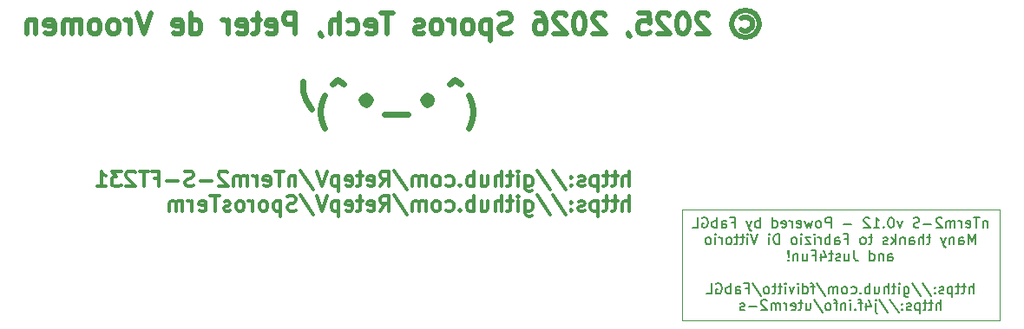
<source format=gbo>
%TF.GenerationSoftware,KiCad,Pcbnew,9.0.6*%
%TF.CreationDate,2026-02-27T14:47:49+01:00*%
%TF.ProjectId,nTerm2-S FT231,6e546572-6d32-42d5-9320-46543233312e,0.12*%
%TF.SameCoordinates,Original*%
%TF.FileFunction,Legend,Bot*%
%TF.FilePolarity,Positive*%
%FSLAX46Y46*%
G04 Gerber Fmt 4.6, Leading zero omitted, Abs format (unit mm)*
G04 Created by KiCad (PCBNEW 9.0.6) date 2026-02-27 14:47:49*
%MOMM*%
%LPD*%
G01*
G04 APERTURE LIST*
%ADD10C,0.600000*%
%ADD11C,0.500000*%
%ADD12C,0.300000*%
%ADD13C,0.200000*%
%ADD14C,0.100000*%
G04 APERTURE END LIST*
D10*
X155069264Y-101281228D02*
X155212121Y-101424085D01*
X155212121Y-101424085D02*
X155354978Y-101852657D01*
X155354978Y-101852657D02*
X155497835Y-102566942D01*
X155497835Y-102566942D02*
X155497835Y-103138371D01*
X155497835Y-103138371D02*
X155354978Y-103852657D01*
X155354978Y-103852657D02*
X155212121Y-104281228D01*
X155212121Y-104281228D02*
X155069264Y-104424085D01*
X154354978Y-100138371D02*
X153783550Y-99709800D01*
X153783550Y-99709800D02*
X153212121Y-100138371D01*
X151354978Y-101424085D02*
X151354978Y-101995514D01*
X151212121Y-101995514D02*
X151212121Y-101424085D01*
X151069264Y-101281228D02*
X151069264Y-102138371D01*
X150926407Y-101995514D02*
X150926407Y-101424085D01*
X150783549Y-101424085D02*
X150783549Y-101995514D01*
X151354978Y-101852657D02*
X151069264Y-102138371D01*
X151069264Y-102138371D02*
X150783549Y-101852657D01*
X151354978Y-101566942D02*
X151069264Y-101281228D01*
X151069264Y-101281228D02*
X150783549Y-101566942D01*
X151354978Y-101424085D02*
X151069264Y-101281228D01*
X151069264Y-101281228D02*
X150783549Y-101424085D01*
X150783549Y-101424085D02*
X150640692Y-101709800D01*
X150640692Y-101709800D02*
X150783549Y-101995514D01*
X150783549Y-101995514D02*
X151069264Y-102138371D01*
X151069264Y-102138371D02*
X151354978Y-101995514D01*
X151354978Y-101995514D02*
X151497835Y-101709800D01*
X151497835Y-101709800D02*
X151354978Y-101424085D01*
X149212121Y-103138371D02*
X146926406Y-103138371D01*
X145354978Y-101424085D02*
X145354978Y-101995514D01*
X145212121Y-101995514D02*
X145212121Y-101424085D01*
X145069264Y-101281228D02*
X145069264Y-102138371D01*
X144926407Y-101995514D02*
X144926407Y-101424085D01*
X144783549Y-101424085D02*
X144783549Y-101995514D01*
X145354978Y-101852657D02*
X145069264Y-102138371D01*
X145069264Y-102138371D02*
X144783549Y-101852657D01*
X145354978Y-101566942D02*
X145069264Y-101281228D01*
X145069264Y-101281228D02*
X144783549Y-101566942D01*
X145354978Y-101424085D02*
X145069264Y-101281228D01*
X145069264Y-101281228D02*
X144783549Y-101424085D01*
X144783549Y-101424085D02*
X144640692Y-101709800D01*
X144640692Y-101709800D02*
X144783549Y-101995514D01*
X144783549Y-101995514D02*
X145069264Y-102138371D01*
X145069264Y-102138371D02*
X145354978Y-101995514D01*
X145354978Y-101995514D02*
X145497835Y-101709800D01*
X145497835Y-101709800D02*
X145354978Y-101424085D01*
X142926406Y-100138371D02*
X142354978Y-99709800D01*
X142354978Y-99709800D02*
X141783549Y-100138371D01*
X141069263Y-101281228D02*
X140926406Y-101424085D01*
X140926406Y-101424085D02*
X140783549Y-101852657D01*
X140783549Y-101852657D02*
X140640692Y-102566942D01*
X140640692Y-102566942D02*
X140640692Y-103138371D01*
X140640692Y-103138371D02*
X140783549Y-103852657D01*
X140783549Y-103852657D02*
X140926406Y-104281228D01*
X140926406Y-104281228D02*
X141069263Y-104424085D01*
X138926406Y-99852657D02*
X138926406Y-100852657D01*
X138926406Y-100852657D02*
X139212121Y-101709800D01*
X139212121Y-101709800D02*
X139783549Y-102566942D01*
D11*
X181725814Y-93709428D02*
X181916291Y-93614190D01*
X181916291Y-93614190D02*
X182297243Y-93614190D01*
X182297243Y-93614190D02*
X182487719Y-93709428D01*
X182487719Y-93709428D02*
X182678195Y-93899904D01*
X182678195Y-93899904D02*
X182773433Y-94090380D01*
X182773433Y-94090380D02*
X182773433Y-94471333D01*
X182773433Y-94471333D02*
X182678195Y-94661809D01*
X182678195Y-94661809D02*
X182487719Y-94852285D01*
X182487719Y-94852285D02*
X182297243Y-94947523D01*
X182297243Y-94947523D02*
X181916291Y-94947523D01*
X181916291Y-94947523D02*
X181725814Y-94852285D01*
X182106767Y-92947523D02*
X182582957Y-93042761D01*
X182582957Y-93042761D02*
X183059148Y-93328476D01*
X183059148Y-93328476D02*
X183344862Y-93804666D01*
X183344862Y-93804666D02*
X183440100Y-94280857D01*
X183440100Y-94280857D02*
X183344862Y-94757047D01*
X183344862Y-94757047D02*
X183059148Y-95233238D01*
X183059148Y-95233238D02*
X182582957Y-95518952D01*
X182582957Y-95518952D02*
X182106767Y-95614190D01*
X182106767Y-95614190D02*
X181630576Y-95518952D01*
X181630576Y-95518952D02*
X181154386Y-95233238D01*
X181154386Y-95233238D02*
X180868672Y-94757047D01*
X180868672Y-94757047D02*
X180773433Y-94280857D01*
X180773433Y-94280857D02*
X180868672Y-93804666D01*
X180868672Y-93804666D02*
X181154386Y-93328476D01*
X181154386Y-93328476D02*
X181630576Y-93042761D01*
X181630576Y-93042761D02*
X182106767Y-92947523D01*
X178487719Y-93423714D02*
X178392481Y-93328476D01*
X178392481Y-93328476D02*
X178202005Y-93233238D01*
X178202005Y-93233238D02*
X177725814Y-93233238D01*
X177725814Y-93233238D02*
X177535338Y-93328476D01*
X177535338Y-93328476D02*
X177440100Y-93423714D01*
X177440100Y-93423714D02*
X177344862Y-93614190D01*
X177344862Y-93614190D02*
X177344862Y-93804666D01*
X177344862Y-93804666D02*
X177440100Y-94090380D01*
X177440100Y-94090380D02*
X178582957Y-95233238D01*
X178582957Y-95233238D02*
X177344862Y-95233238D01*
X176106767Y-93233238D02*
X175916290Y-93233238D01*
X175916290Y-93233238D02*
X175725814Y-93328476D01*
X175725814Y-93328476D02*
X175630576Y-93423714D01*
X175630576Y-93423714D02*
X175535338Y-93614190D01*
X175535338Y-93614190D02*
X175440100Y-93995142D01*
X175440100Y-93995142D02*
X175440100Y-94471333D01*
X175440100Y-94471333D02*
X175535338Y-94852285D01*
X175535338Y-94852285D02*
X175630576Y-95042761D01*
X175630576Y-95042761D02*
X175725814Y-95138000D01*
X175725814Y-95138000D02*
X175916290Y-95233238D01*
X175916290Y-95233238D02*
X176106767Y-95233238D01*
X176106767Y-95233238D02*
X176297243Y-95138000D01*
X176297243Y-95138000D02*
X176392481Y-95042761D01*
X176392481Y-95042761D02*
X176487719Y-94852285D01*
X176487719Y-94852285D02*
X176582957Y-94471333D01*
X176582957Y-94471333D02*
X176582957Y-93995142D01*
X176582957Y-93995142D02*
X176487719Y-93614190D01*
X176487719Y-93614190D02*
X176392481Y-93423714D01*
X176392481Y-93423714D02*
X176297243Y-93328476D01*
X176297243Y-93328476D02*
X176106767Y-93233238D01*
X174678195Y-93423714D02*
X174582957Y-93328476D01*
X174582957Y-93328476D02*
X174392481Y-93233238D01*
X174392481Y-93233238D02*
X173916290Y-93233238D01*
X173916290Y-93233238D02*
X173725814Y-93328476D01*
X173725814Y-93328476D02*
X173630576Y-93423714D01*
X173630576Y-93423714D02*
X173535338Y-93614190D01*
X173535338Y-93614190D02*
X173535338Y-93804666D01*
X173535338Y-93804666D02*
X173630576Y-94090380D01*
X173630576Y-94090380D02*
X174773433Y-95233238D01*
X174773433Y-95233238D02*
X173535338Y-95233238D01*
X171725814Y-93233238D02*
X172678195Y-93233238D01*
X172678195Y-93233238D02*
X172773433Y-94185619D01*
X172773433Y-94185619D02*
X172678195Y-94090380D01*
X172678195Y-94090380D02*
X172487719Y-93995142D01*
X172487719Y-93995142D02*
X172011528Y-93995142D01*
X172011528Y-93995142D02*
X171821052Y-94090380D01*
X171821052Y-94090380D02*
X171725814Y-94185619D01*
X171725814Y-94185619D02*
X171630576Y-94376095D01*
X171630576Y-94376095D02*
X171630576Y-94852285D01*
X171630576Y-94852285D02*
X171725814Y-95042761D01*
X171725814Y-95042761D02*
X171821052Y-95138000D01*
X171821052Y-95138000D02*
X172011528Y-95233238D01*
X172011528Y-95233238D02*
X172487719Y-95233238D01*
X172487719Y-95233238D02*
X172678195Y-95138000D01*
X172678195Y-95138000D02*
X172773433Y-95042761D01*
X170678195Y-95138000D02*
X170678195Y-95233238D01*
X170678195Y-95233238D02*
X170773433Y-95423714D01*
X170773433Y-95423714D02*
X170868671Y-95518952D01*
X168392480Y-93423714D02*
X168297242Y-93328476D01*
X168297242Y-93328476D02*
X168106766Y-93233238D01*
X168106766Y-93233238D02*
X167630575Y-93233238D01*
X167630575Y-93233238D02*
X167440099Y-93328476D01*
X167440099Y-93328476D02*
X167344861Y-93423714D01*
X167344861Y-93423714D02*
X167249623Y-93614190D01*
X167249623Y-93614190D02*
X167249623Y-93804666D01*
X167249623Y-93804666D02*
X167344861Y-94090380D01*
X167344861Y-94090380D02*
X168487718Y-95233238D01*
X168487718Y-95233238D02*
X167249623Y-95233238D01*
X166011528Y-93233238D02*
X165821051Y-93233238D01*
X165821051Y-93233238D02*
X165630575Y-93328476D01*
X165630575Y-93328476D02*
X165535337Y-93423714D01*
X165535337Y-93423714D02*
X165440099Y-93614190D01*
X165440099Y-93614190D02*
X165344861Y-93995142D01*
X165344861Y-93995142D02*
X165344861Y-94471333D01*
X165344861Y-94471333D02*
X165440099Y-94852285D01*
X165440099Y-94852285D02*
X165535337Y-95042761D01*
X165535337Y-95042761D02*
X165630575Y-95138000D01*
X165630575Y-95138000D02*
X165821051Y-95233238D01*
X165821051Y-95233238D02*
X166011528Y-95233238D01*
X166011528Y-95233238D02*
X166202004Y-95138000D01*
X166202004Y-95138000D02*
X166297242Y-95042761D01*
X166297242Y-95042761D02*
X166392480Y-94852285D01*
X166392480Y-94852285D02*
X166487718Y-94471333D01*
X166487718Y-94471333D02*
X166487718Y-93995142D01*
X166487718Y-93995142D02*
X166392480Y-93614190D01*
X166392480Y-93614190D02*
X166297242Y-93423714D01*
X166297242Y-93423714D02*
X166202004Y-93328476D01*
X166202004Y-93328476D02*
X166011528Y-93233238D01*
X164582956Y-93423714D02*
X164487718Y-93328476D01*
X164487718Y-93328476D02*
X164297242Y-93233238D01*
X164297242Y-93233238D02*
X163821051Y-93233238D01*
X163821051Y-93233238D02*
X163630575Y-93328476D01*
X163630575Y-93328476D02*
X163535337Y-93423714D01*
X163535337Y-93423714D02*
X163440099Y-93614190D01*
X163440099Y-93614190D02*
X163440099Y-93804666D01*
X163440099Y-93804666D02*
X163535337Y-94090380D01*
X163535337Y-94090380D02*
X164678194Y-95233238D01*
X164678194Y-95233238D02*
X163440099Y-95233238D01*
X161725813Y-93233238D02*
X162106766Y-93233238D01*
X162106766Y-93233238D02*
X162297242Y-93328476D01*
X162297242Y-93328476D02*
X162392480Y-93423714D01*
X162392480Y-93423714D02*
X162582956Y-93709428D01*
X162582956Y-93709428D02*
X162678194Y-94090380D01*
X162678194Y-94090380D02*
X162678194Y-94852285D01*
X162678194Y-94852285D02*
X162582956Y-95042761D01*
X162582956Y-95042761D02*
X162487718Y-95138000D01*
X162487718Y-95138000D02*
X162297242Y-95233238D01*
X162297242Y-95233238D02*
X161916289Y-95233238D01*
X161916289Y-95233238D02*
X161725813Y-95138000D01*
X161725813Y-95138000D02*
X161630575Y-95042761D01*
X161630575Y-95042761D02*
X161535337Y-94852285D01*
X161535337Y-94852285D02*
X161535337Y-94376095D01*
X161535337Y-94376095D02*
X161630575Y-94185619D01*
X161630575Y-94185619D02*
X161725813Y-94090380D01*
X161725813Y-94090380D02*
X161916289Y-93995142D01*
X161916289Y-93995142D02*
X162297242Y-93995142D01*
X162297242Y-93995142D02*
X162487718Y-94090380D01*
X162487718Y-94090380D02*
X162582956Y-94185619D01*
X162582956Y-94185619D02*
X162678194Y-94376095D01*
X159249622Y-95138000D02*
X158963908Y-95233238D01*
X158963908Y-95233238D02*
X158487717Y-95233238D01*
X158487717Y-95233238D02*
X158297241Y-95138000D01*
X158297241Y-95138000D02*
X158202003Y-95042761D01*
X158202003Y-95042761D02*
X158106765Y-94852285D01*
X158106765Y-94852285D02*
X158106765Y-94661809D01*
X158106765Y-94661809D02*
X158202003Y-94471333D01*
X158202003Y-94471333D02*
X158297241Y-94376095D01*
X158297241Y-94376095D02*
X158487717Y-94280857D01*
X158487717Y-94280857D02*
X158868670Y-94185619D01*
X158868670Y-94185619D02*
X159059146Y-94090380D01*
X159059146Y-94090380D02*
X159154384Y-93995142D01*
X159154384Y-93995142D02*
X159249622Y-93804666D01*
X159249622Y-93804666D02*
X159249622Y-93614190D01*
X159249622Y-93614190D02*
X159154384Y-93423714D01*
X159154384Y-93423714D02*
X159059146Y-93328476D01*
X159059146Y-93328476D02*
X158868670Y-93233238D01*
X158868670Y-93233238D02*
X158392479Y-93233238D01*
X158392479Y-93233238D02*
X158106765Y-93328476D01*
X157249622Y-93899904D02*
X157249622Y-95899904D01*
X157249622Y-93995142D02*
X157059146Y-93899904D01*
X157059146Y-93899904D02*
X156678193Y-93899904D01*
X156678193Y-93899904D02*
X156487717Y-93995142D01*
X156487717Y-93995142D02*
X156392479Y-94090380D01*
X156392479Y-94090380D02*
X156297241Y-94280857D01*
X156297241Y-94280857D02*
X156297241Y-94852285D01*
X156297241Y-94852285D02*
X156392479Y-95042761D01*
X156392479Y-95042761D02*
X156487717Y-95138000D01*
X156487717Y-95138000D02*
X156678193Y-95233238D01*
X156678193Y-95233238D02*
X157059146Y-95233238D01*
X157059146Y-95233238D02*
X157249622Y-95138000D01*
X155154384Y-95233238D02*
X155344860Y-95138000D01*
X155344860Y-95138000D02*
X155440098Y-95042761D01*
X155440098Y-95042761D02*
X155535336Y-94852285D01*
X155535336Y-94852285D02*
X155535336Y-94280857D01*
X155535336Y-94280857D02*
X155440098Y-94090380D01*
X155440098Y-94090380D02*
X155344860Y-93995142D01*
X155344860Y-93995142D02*
X155154384Y-93899904D01*
X155154384Y-93899904D02*
X154868669Y-93899904D01*
X154868669Y-93899904D02*
X154678193Y-93995142D01*
X154678193Y-93995142D02*
X154582955Y-94090380D01*
X154582955Y-94090380D02*
X154487717Y-94280857D01*
X154487717Y-94280857D02*
X154487717Y-94852285D01*
X154487717Y-94852285D02*
X154582955Y-95042761D01*
X154582955Y-95042761D02*
X154678193Y-95138000D01*
X154678193Y-95138000D02*
X154868669Y-95233238D01*
X154868669Y-95233238D02*
X155154384Y-95233238D01*
X153630574Y-95233238D02*
X153630574Y-93899904D01*
X153630574Y-94280857D02*
X153535336Y-94090380D01*
X153535336Y-94090380D02*
X153440098Y-93995142D01*
X153440098Y-93995142D02*
X153249622Y-93899904D01*
X153249622Y-93899904D02*
X153059145Y-93899904D01*
X152106765Y-95233238D02*
X152297241Y-95138000D01*
X152297241Y-95138000D02*
X152392479Y-95042761D01*
X152392479Y-95042761D02*
X152487717Y-94852285D01*
X152487717Y-94852285D02*
X152487717Y-94280857D01*
X152487717Y-94280857D02*
X152392479Y-94090380D01*
X152392479Y-94090380D02*
X152297241Y-93995142D01*
X152297241Y-93995142D02*
X152106765Y-93899904D01*
X152106765Y-93899904D02*
X151821050Y-93899904D01*
X151821050Y-93899904D02*
X151630574Y-93995142D01*
X151630574Y-93995142D02*
X151535336Y-94090380D01*
X151535336Y-94090380D02*
X151440098Y-94280857D01*
X151440098Y-94280857D02*
X151440098Y-94852285D01*
X151440098Y-94852285D02*
X151535336Y-95042761D01*
X151535336Y-95042761D02*
X151630574Y-95138000D01*
X151630574Y-95138000D02*
X151821050Y-95233238D01*
X151821050Y-95233238D02*
X152106765Y-95233238D01*
X150678193Y-95138000D02*
X150487717Y-95233238D01*
X150487717Y-95233238D02*
X150106765Y-95233238D01*
X150106765Y-95233238D02*
X149916288Y-95138000D01*
X149916288Y-95138000D02*
X149821050Y-94947523D01*
X149821050Y-94947523D02*
X149821050Y-94852285D01*
X149821050Y-94852285D02*
X149916288Y-94661809D01*
X149916288Y-94661809D02*
X150106765Y-94566571D01*
X150106765Y-94566571D02*
X150392479Y-94566571D01*
X150392479Y-94566571D02*
X150582955Y-94471333D01*
X150582955Y-94471333D02*
X150678193Y-94280857D01*
X150678193Y-94280857D02*
X150678193Y-94185619D01*
X150678193Y-94185619D02*
X150582955Y-93995142D01*
X150582955Y-93995142D02*
X150392479Y-93899904D01*
X150392479Y-93899904D02*
X150106765Y-93899904D01*
X150106765Y-93899904D02*
X149916288Y-93995142D01*
X147725811Y-93233238D02*
X146582954Y-93233238D01*
X147154383Y-95233238D02*
X147154383Y-93233238D01*
X145154382Y-95138000D02*
X145344858Y-95233238D01*
X145344858Y-95233238D02*
X145725811Y-95233238D01*
X145725811Y-95233238D02*
X145916287Y-95138000D01*
X145916287Y-95138000D02*
X146011525Y-94947523D01*
X146011525Y-94947523D02*
X146011525Y-94185619D01*
X146011525Y-94185619D02*
X145916287Y-93995142D01*
X145916287Y-93995142D02*
X145725811Y-93899904D01*
X145725811Y-93899904D02*
X145344858Y-93899904D01*
X145344858Y-93899904D02*
X145154382Y-93995142D01*
X145154382Y-93995142D02*
X145059144Y-94185619D01*
X145059144Y-94185619D02*
X145059144Y-94376095D01*
X145059144Y-94376095D02*
X146011525Y-94566571D01*
X143344858Y-95138000D02*
X143535334Y-95233238D01*
X143535334Y-95233238D02*
X143916287Y-95233238D01*
X143916287Y-95233238D02*
X144106763Y-95138000D01*
X144106763Y-95138000D02*
X144202001Y-95042761D01*
X144202001Y-95042761D02*
X144297239Y-94852285D01*
X144297239Y-94852285D02*
X144297239Y-94280857D01*
X144297239Y-94280857D02*
X144202001Y-94090380D01*
X144202001Y-94090380D02*
X144106763Y-93995142D01*
X144106763Y-93995142D02*
X143916287Y-93899904D01*
X143916287Y-93899904D02*
X143535334Y-93899904D01*
X143535334Y-93899904D02*
X143344858Y-93995142D01*
X142487715Y-95233238D02*
X142487715Y-93233238D01*
X141630572Y-95233238D02*
X141630572Y-94185619D01*
X141630572Y-94185619D02*
X141725810Y-93995142D01*
X141725810Y-93995142D02*
X141916286Y-93899904D01*
X141916286Y-93899904D02*
X142202001Y-93899904D01*
X142202001Y-93899904D02*
X142392477Y-93995142D01*
X142392477Y-93995142D02*
X142487715Y-94090380D01*
X140582953Y-95138000D02*
X140582953Y-95233238D01*
X140582953Y-95233238D02*
X140678191Y-95423714D01*
X140678191Y-95423714D02*
X140773429Y-95518952D01*
X138202000Y-95233238D02*
X138202000Y-93233238D01*
X138202000Y-93233238D02*
X137440095Y-93233238D01*
X137440095Y-93233238D02*
X137249619Y-93328476D01*
X137249619Y-93328476D02*
X137154381Y-93423714D01*
X137154381Y-93423714D02*
X137059143Y-93614190D01*
X137059143Y-93614190D02*
X137059143Y-93899904D01*
X137059143Y-93899904D02*
X137154381Y-94090380D01*
X137154381Y-94090380D02*
X137249619Y-94185619D01*
X137249619Y-94185619D02*
X137440095Y-94280857D01*
X137440095Y-94280857D02*
X138202000Y-94280857D01*
X135440095Y-95138000D02*
X135630571Y-95233238D01*
X135630571Y-95233238D02*
X136011524Y-95233238D01*
X136011524Y-95233238D02*
X136202000Y-95138000D01*
X136202000Y-95138000D02*
X136297238Y-94947523D01*
X136297238Y-94947523D02*
X136297238Y-94185619D01*
X136297238Y-94185619D02*
X136202000Y-93995142D01*
X136202000Y-93995142D02*
X136011524Y-93899904D01*
X136011524Y-93899904D02*
X135630571Y-93899904D01*
X135630571Y-93899904D02*
X135440095Y-93995142D01*
X135440095Y-93995142D02*
X135344857Y-94185619D01*
X135344857Y-94185619D02*
X135344857Y-94376095D01*
X135344857Y-94376095D02*
X136297238Y-94566571D01*
X134773428Y-93899904D02*
X134011524Y-93899904D01*
X134487714Y-93233238D02*
X134487714Y-94947523D01*
X134487714Y-94947523D02*
X134392476Y-95138000D01*
X134392476Y-95138000D02*
X134202000Y-95233238D01*
X134202000Y-95233238D02*
X134011524Y-95233238D01*
X132582952Y-95138000D02*
X132773428Y-95233238D01*
X132773428Y-95233238D02*
X133154381Y-95233238D01*
X133154381Y-95233238D02*
X133344857Y-95138000D01*
X133344857Y-95138000D02*
X133440095Y-94947523D01*
X133440095Y-94947523D02*
X133440095Y-94185619D01*
X133440095Y-94185619D02*
X133344857Y-93995142D01*
X133344857Y-93995142D02*
X133154381Y-93899904D01*
X133154381Y-93899904D02*
X132773428Y-93899904D01*
X132773428Y-93899904D02*
X132582952Y-93995142D01*
X132582952Y-93995142D02*
X132487714Y-94185619D01*
X132487714Y-94185619D02*
X132487714Y-94376095D01*
X132487714Y-94376095D02*
X133440095Y-94566571D01*
X131630571Y-95233238D02*
X131630571Y-93899904D01*
X131630571Y-94280857D02*
X131535333Y-94090380D01*
X131535333Y-94090380D02*
X131440095Y-93995142D01*
X131440095Y-93995142D02*
X131249619Y-93899904D01*
X131249619Y-93899904D02*
X131059142Y-93899904D01*
X128011523Y-95233238D02*
X128011523Y-93233238D01*
X128011523Y-95138000D02*
X128201999Y-95233238D01*
X128201999Y-95233238D02*
X128582952Y-95233238D01*
X128582952Y-95233238D02*
X128773428Y-95138000D01*
X128773428Y-95138000D02*
X128868666Y-95042761D01*
X128868666Y-95042761D02*
X128963904Y-94852285D01*
X128963904Y-94852285D02*
X128963904Y-94280857D01*
X128963904Y-94280857D02*
X128868666Y-94090380D01*
X128868666Y-94090380D02*
X128773428Y-93995142D01*
X128773428Y-93995142D02*
X128582952Y-93899904D01*
X128582952Y-93899904D02*
X128201999Y-93899904D01*
X128201999Y-93899904D02*
X128011523Y-93995142D01*
X126297237Y-95138000D02*
X126487713Y-95233238D01*
X126487713Y-95233238D02*
X126868666Y-95233238D01*
X126868666Y-95233238D02*
X127059142Y-95138000D01*
X127059142Y-95138000D02*
X127154380Y-94947523D01*
X127154380Y-94947523D02*
X127154380Y-94185619D01*
X127154380Y-94185619D02*
X127059142Y-93995142D01*
X127059142Y-93995142D02*
X126868666Y-93899904D01*
X126868666Y-93899904D02*
X126487713Y-93899904D01*
X126487713Y-93899904D02*
X126297237Y-93995142D01*
X126297237Y-93995142D02*
X126201999Y-94185619D01*
X126201999Y-94185619D02*
X126201999Y-94376095D01*
X126201999Y-94376095D02*
X127154380Y-94566571D01*
X124106760Y-93233238D02*
X123440094Y-95233238D01*
X123440094Y-95233238D02*
X122773427Y-93233238D01*
X122106760Y-95233238D02*
X122106760Y-93899904D01*
X122106760Y-94280857D02*
X122011522Y-94090380D01*
X122011522Y-94090380D02*
X121916284Y-93995142D01*
X121916284Y-93995142D02*
X121725808Y-93899904D01*
X121725808Y-93899904D02*
X121535331Y-93899904D01*
X120582951Y-95233238D02*
X120773427Y-95138000D01*
X120773427Y-95138000D02*
X120868665Y-95042761D01*
X120868665Y-95042761D02*
X120963903Y-94852285D01*
X120963903Y-94852285D02*
X120963903Y-94280857D01*
X120963903Y-94280857D02*
X120868665Y-94090380D01*
X120868665Y-94090380D02*
X120773427Y-93995142D01*
X120773427Y-93995142D02*
X120582951Y-93899904D01*
X120582951Y-93899904D02*
X120297236Y-93899904D01*
X120297236Y-93899904D02*
X120106760Y-93995142D01*
X120106760Y-93995142D02*
X120011522Y-94090380D01*
X120011522Y-94090380D02*
X119916284Y-94280857D01*
X119916284Y-94280857D02*
X119916284Y-94852285D01*
X119916284Y-94852285D02*
X120011522Y-95042761D01*
X120011522Y-95042761D02*
X120106760Y-95138000D01*
X120106760Y-95138000D02*
X120297236Y-95233238D01*
X120297236Y-95233238D02*
X120582951Y-95233238D01*
X118773427Y-95233238D02*
X118963903Y-95138000D01*
X118963903Y-95138000D02*
X119059141Y-95042761D01*
X119059141Y-95042761D02*
X119154379Y-94852285D01*
X119154379Y-94852285D02*
X119154379Y-94280857D01*
X119154379Y-94280857D02*
X119059141Y-94090380D01*
X119059141Y-94090380D02*
X118963903Y-93995142D01*
X118963903Y-93995142D02*
X118773427Y-93899904D01*
X118773427Y-93899904D02*
X118487712Y-93899904D01*
X118487712Y-93899904D02*
X118297236Y-93995142D01*
X118297236Y-93995142D02*
X118201998Y-94090380D01*
X118201998Y-94090380D02*
X118106760Y-94280857D01*
X118106760Y-94280857D02*
X118106760Y-94852285D01*
X118106760Y-94852285D02*
X118201998Y-95042761D01*
X118201998Y-95042761D02*
X118297236Y-95138000D01*
X118297236Y-95138000D02*
X118487712Y-95233238D01*
X118487712Y-95233238D02*
X118773427Y-95233238D01*
X117249617Y-95233238D02*
X117249617Y-93899904D01*
X117249617Y-94090380D02*
X117154379Y-93995142D01*
X117154379Y-93995142D02*
X116963903Y-93899904D01*
X116963903Y-93899904D02*
X116678188Y-93899904D01*
X116678188Y-93899904D02*
X116487712Y-93995142D01*
X116487712Y-93995142D02*
X116392474Y-94185619D01*
X116392474Y-94185619D02*
X116392474Y-95233238D01*
X116392474Y-94185619D02*
X116297236Y-93995142D01*
X116297236Y-93995142D02*
X116106760Y-93899904D01*
X116106760Y-93899904D02*
X115821046Y-93899904D01*
X115821046Y-93899904D02*
X115630569Y-93995142D01*
X115630569Y-93995142D02*
X115535331Y-94185619D01*
X115535331Y-94185619D02*
X115535331Y-95233238D01*
X113821045Y-95138000D02*
X114011521Y-95233238D01*
X114011521Y-95233238D02*
X114392474Y-95233238D01*
X114392474Y-95233238D02*
X114582950Y-95138000D01*
X114582950Y-95138000D02*
X114678188Y-94947523D01*
X114678188Y-94947523D02*
X114678188Y-94185619D01*
X114678188Y-94185619D02*
X114582950Y-93995142D01*
X114582950Y-93995142D02*
X114392474Y-93899904D01*
X114392474Y-93899904D02*
X114011521Y-93899904D01*
X114011521Y-93899904D02*
X113821045Y-93995142D01*
X113821045Y-93995142D02*
X113725807Y-94185619D01*
X113725807Y-94185619D02*
X113725807Y-94376095D01*
X113725807Y-94376095D02*
X114678188Y-94566571D01*
X112868664Y-93899904D02*
X112868664Y-95233238D01*
X112868664Y-94090380D02*
X112773426Y-93995142D01*
X112773426Y-93995142D02*
X112582950Y-93899904D01*
X112582950Y-93899904D02*
X112297235Y-93899904D01*
X112297235Y-93899904D02*
X112106759Y-93995142D01*
X112106759Y-93995142D02*
X112011521Y-94185619D01*
X112011521Y-94185619D02*
X112011521Y-95233238D01*
D12*
X170768489Y-110161912D02*
X170768489Y-108661912D01*
X170125632Y-110161912D02*
X170125632Y-109376198D01*
X170125632Y-109376198D02*
X170197060Y-109233341D01*
X170197060Y-109233341D02*
X170339917Y-109161912D01*
X170339917Y-109161912D02*
X170554203Y-109161912D01*
X170554203Y-109161912D02*
X170697060Y-109233341D01*
X170697060Y-109233341D02*
X170768489Y-109304769D01*
X169625631Y-109161912D02*
X169054203Y-109161912D01*
X169411346Y-108661912D02*
X169411346Y-109947626D01*
X169411346Y-109947626D02*
X169339917Y-110090484D01*
X169339917Y-110090484D02*
X169197060Y-110161912D01*
X169197060Y-110161912D02*
X169054203Y-110161912D01*
X168768488Y-109161912D02*
X168197060Y-109161912D01*
X168554203Y-108661912D02*
X168554203Y-109947626D01*
X168554203Y-109947626D02*
X168482774Y-110090484D01*
X168482774Y-110090484D02*
X168339917Y-110161912D01*
X168339917Y-110161912D02*
X168197060Y-110161912D01*
X167697060Y-109161912D02*
X167697060Y-110661912D01*
X167697060Y-109233341D02*
X167554203Y-109161912D01*
X167554203Y-109161912D02*
X167268488Y-109161912D01*
X167268488Y-109161912D02*
X167125631Y-109233341D01*
X167125631Y-109233341D02*
X167054203Y-109304769D01*
X167054203Y-109304769D02*
X166982774Y-109447626D01*
X166982774Y-109447626D02*
X166982774Y-109876198D01*
X166982774Y-109876198D02*
X167054203Y-110019055D01*
X167054203Y-110019055D02*
X167125631Y-110090484D01*
X167125631Y-110090484D02*
X167268488Y-110161912D01*
X167268488Y-110161912D02*
X167554203Y-110161912D01*
X167554203Y-110161912D02*
X167697060Y-110090484D01*
X166411345Y-110090484D02*
X166268488Y-110161912D01*
X166268488Y-110161912D02*
X165982774Y-110161912D01*
X165982774Y-110161912D02*
X165839917Y-110090484D01*
X165839917Y-110090484D02*
X165768488Y-109947626D01*
X165768488Y-109947626D02*
X165768488Y-109876198D01*
X165768488Y-109876198D02*
X165839917Y-109733341D01*
X165839917Y-109733341D02*
X165982774Y-109661912D01*
X165982774Y-109661912D02*
X166197060Y-109661912D01*
X166197060Y-109661912D02*
X166339917Y-109590484D01*
X166339917Y-109590484D02*
X166411345Y-109447626D01*
X166411345Y-109447626D02*
X166411345Y-109376198D01*
X166411345Y-109376198D02*
X166339917Y-109233341D01*
X166339917Y-109233341D02*
X166197060Y-109161912D01*
X166197060Y-109161912D02*
X165982774Y-109161912D01*
X165982774Y-109161912D02*
X165839917Y-109233341D01*
X165125631Y-110019055D02*
X165054202Y-110090484D01*
X165054202Y-110090484D02*
X165125631Y-110161912D01*
X165125631Y-110161912D02*
X165197059Y-110090484D01*
X165197059Y-110090484D02*
X165125631Y-110019055D01*
X165125631Y-110019055D02*
X165125631Y-110161912D01*
X165125631Y-109233341D02*
X165054202Y-109304769D01*
X165054202Y-109304769D02*
X165125631Y-109376198D01*
X165125631Y-109376198D02*
X165197059Y-109304769D01*
X165197059Y-109304769D02*
X165125631Y-109233341D01*
X165125631Y-109233341D02*
X165125631Y-109376198D01*
X163339916Y-108590484D02*
X164625630Y-110519055D01*
X161768487Y-108590484D02*
X163054201Y-110519055D01*
X160625630Y-109161912D02*
X160625630Y-110376198D01*
X160625630Y-110376198D02*
X160697058Y-110519055D01*
X160697058Y-110519055D02*
X160768487Y-110590484D01*
X160768487Y-110590484D02*
X160911344Y-110661912D01*
X160911344Y-110661912D02*
X161125630Y-110661912D01*
X161125630Y-110661912D02*
X161268487Y-110590484D01*
X160625630Y-110090484D02*
X160768487Y-110161912D01*
X160768487Y-110161912D02*
X161054201Y-110161912D01*
X161054201Y-110161912D02*
X161197058Y-110090484D01*
X161197058Y-110090484D02*
X161268487Y-110019055D01*
X161268487Y-110019055D02*
X161339915Y-109876198D01*
X161339915Y-109876198D02*
X161339915Y-109447626D01*
X161339915Y-109447626D02*
X161268487Y-109304769D01*
X161268487Y-109304769D02*
X161197058Y-109233341D01*
X161197058Y-109233341D02*
X161054201Y-109161912D01*
X161054201Y-109161912D02*
X160768487Y-109161912D01*
X160768487Y-109161912D02*
X160625630Y-109233341D01*
X159911344Y-110161912D02*
X159911344Y-109161912D01*
X159911344Y-108661912D02*
X159982772Y-108733341D01*
X159982772Y-108733341D02*
X159911344Y-108804769D01*
X159911344Y-108804769D02*
X159839915Y-108733341D01*
X159839915Y-108733341D02*
X159911344Y-108661912D01*
X159911344Y-108661912D02*
X159911344Y-108804769D01*
X159411343Y-109161912D02*
X158839915Y-109161912D01*
X159197058Y-108661912D02*
X159197058Y-109947626D01*
X159197058Y-109947626D02*
X159125629Y-110090484D01*
X159125629Y-110090484D02*
X158982772Y-110161912D01*
X158982772Y-110161912D02*
X158839915Y-110161912D01*
X158339915Y-110161912D02*
X158339915Y-108661912D01*
X157697058Y-110161912D02*
X157697058Y-109376198D01*
X157697058Y-109376198D02*
X157768486Y-109233341D01*
X157768486Y-109233341D02*
X157911343Y-109161912D01*
X157911343Y-109161912D02*
X158125629Y-109161912D01*
X158125629Y-109161912D02*
X158268486Y-109233341D01*
X158268486Y-109233341D02*
X158339915Y-109304769D01*
X156339915Y-109161912D02*
X156339915Y-110161912D01*
X156982772Y-109161912D02*
X156982772Y-109947626D01*
X156982772Y-109947626D02*
X156911343Y-110090484D01*
X156911343Y-110090484D02*
X156768486Y-110161912D01*
X156768486Y-110161912D02*
X156554200Y-110161912D01*
X156554200Y-110161912D02*
X156411343Y-110090484D01*
X156411343Y-110090484D02*
X156339915Y-110019055D01*
X155625629Y-110161912D02*
X155625629Y-108661912D01*
X155625629Y-109233341D02*
X155482772Y-109161912D01*
X155482772Y-109161912D02*
X155197057Y-109161912D01*
X155197057Y-109161912D02*
X155054200Y-109233341D01*
X155054200Y-109233341D02*
X154982772Y-109304769D01*
X154982772Y-109304769D02*
X154911343Y-109447626D01*
X154911343Y-109447626D02*
X154911343Y-109876198D01*
X154911343Y-109876198D02*
X154982772Y-110019055D01*
X154982772Y-110019055D02*
X155054200Y-110090484D01*
X155054200Y-110090484D02*
X155197057Y-110161912D01*
X155197057Y-110161912D02*
X155482772Y-110161912D01*
X155482772Y-110161912D02*
X155625629Y-110090484D01*
X154268486Y-110019055D02*
X154197057Y-110090484D01*
X154197057Y-110090484D02*
X154268486Y-110161912D01*
X154268486Y-110161912D02*
X154339914Y-110090484D01*
X154339914Y-110090484D02*
X154268486Y-110019055D01*
X154268486Y-110019055D02*
X154268486Y-110161912D01*
X152911343Y-110090484D02*
X153054200Y-110161912D01*
X153054200Y-110161912D02*
X153339914Y-110161912D01*
X153339914Y-110161912D02*
X153482771Y-110090484D01*
X153482771Y-110090484D02*
X153554200Y-110019055D01*
X153554200Y-110019055D02*
X153625628Y-109876198D01*
X153625628Y-109876198D02*
X153625628Y-109447626D01*
X153625628Y-109447626D02*
X153554200Y-109304769D01*
X153554200Y-109304769D02*
X153482771Y-109233341D01*
X153482771Y-109233341D02*
X153339914Y-109161912D01*
X153339914Y-109161912D02*
X153054200Y-109161912D01*
X153054200Y-109161912D02*
X152911343Y-109233341D01*
X152054200Y-110161912D02*
X152197057Y-110090484D01*
X152197057Y-110090484D02*
X152268486Y-110019055D01*
X152268486Y-110019055D02*
X152339914Y-109876198D01*
X152339914Y-109876198D02*
X152339914Y-109447626D01*
X152339914Y-109447626D02*
X152268486Y-109304769D01*
X152268486Y-109304769D02*
X152197057Y-109233341D01*
X152197057Y-109233341D02*
X152054200Y-109161912D01*
X152054200Y-109161912D02*
X151839914Y-109161912D01*
X151839914Y-109161912D02*
X151697057Y-109233341D01*
X151697057Y-109233341D02*
X151625629Y-109304769D01*
X151625629Y-109304769D02*
X151554200Y-109447626D01*
X151554200Y-109447626D02*
X151554200Y-109876198D01*
X151554200Y-109876198D02*
X151625629Y-110019055D01*
X151625629Y-110019055D02*
X151697057Y-110090484D01*
X151697057Y-110090484D02*
X151839914Y-110161912D01*
X151839914Y-110161912D02*
X152054200Y-110161912D01*
X150911343Y-110161912D02*
X150911343Y-109161912D01*
X150911343Y-109304769D02*
X150839914Y-109233341D01*
X150839914Y-109233341D02*
X150697057Y-109161912D01*
X150697057Y-109161912D02*
X150482771Y-109161912D01*
X150482771Y-109161912D02*
X150339914Y-109233341D01*
X150339914Y-109233341D02*
X150268486Y-109376198D01*
X150268486Y-109376198D02*
X150268486Y-110161912D01*
X150268486Y-109376198D02*
X150197057Y-109233341D01*
X150197057Y-109233341D02*
X150054200Y-109161912D01*
X150054200Y-109161912D02*
X149839914Y-109161912D01*
X149839914Y-109161912D02*
X149697057Y-109233341D01*
X149697057Y-109233341D02*
X149625628Y-109376198D01*
X149625628Y-109376198D02*
X149625628Y-110161912D01*
X147839914Y-108590484D02*
X149125628Y-110519055D01*
X146482771Y-110161912D02*
X146982771Y-109447626D01*
X147339914Y-110161912D02*
X147339914Y-108661912D01*
X147339914Y-108661912D02*
X146768485Y-108661912D01*
X146768485Y-108661912D02*
X146625628Y-108733341D01*
X146625628Y-108733341D02*
X146554199Y-108804769D01*
X146554199Y-108804769D02*
X146482771Y-108947626D01*
X146482771Y-108947626D02*
X146482771Y-109161912D01*
X146482771Y-109161912D02*
X146554199Y-109304769D01*
X146554199Y-109304769D02*
X146625628Y-109376198D01*
X146625628Y-109376198D02*
X146768485Y-109447626D01*
X146768485Y-109447626D02*
X147339914Y-109447626D01*
X145268485Y-110090484D02*
X145411342Y-110161912D01*
X145411342Y-110161912D02*
X145697057Y-110161912D01*
X145697057Y-110161912D02*
X145839914Y-110090484D01*
X145839914Y-110090484D02*
X145911342Y-109947626D01*
X145911342Y-109947626D02*
X145911342Y-109376198D01*
X145911342Y-109376198D02*
X145839914Y-109233341D01*
X145839914Y-109233341D02*
X145697057Y-109161912D01*
X145697057Y-109161912D02*
X145411342Y-109161912D01*
X145411342Y-109161912D02*
X145268485Y-109233341D01*
X145268485Y-109233341D02*
X145197057Y-109376198D01*
X145197057Y-109376198D02*
X145197057Y-109519055D01*
X145197057Y-109519055D02*
X145911342Y-109661912D01*
X144768485Y-109161912D02*
X144197057Y-109161912D01*
X144554200Y-108661912D02*
X144554200Y-109947626D01*
X144554200Y-109947626D02*
X144482771Y-110090484D01*
X144482771Y-110090484D02*
X144339914Y-110161912D01*
X144339914Y-110161912D02*
X144197057Y-110161912D01*
X143125628Y-110090484D02*
X143268485Y-110161912D01*
X143268485Y-110161912D02*
X143554200Y-110161912D01*
X143554200Y-110161912D02*
X143697057Y-110090484D01*
X143697057Y-110090484D02*
X143768485Y-109947626D01*
X143768485Y-109947626D02*
X143768485Y-109376198D01*
X143768485Y-109376198D02*
X143697057Y-109233341D01*
X143697057Y-109233341D02*
X143554200Y-109161912D01*
X143554200Y-109161912D02*
X143268485Y-109161912D01*
X143268485Y-109161912D02*
X143125628Y-109233341D01*
X143125628Y-109233341D02*
X143054200Y-109376198D01*
X143054200Y-109376198D02*
X143054200Y-109519055D01*
X143054200Y-109519055D02*
X143768485Y-109661912D01*
X142411343Y-109161912D02*
X142411343Y-110661912D01*
X142411343Y-109233341D02*
X142268486Y-109161912D01*
X142268486Y-109161912D02*
X141982771Y-109161912D01*
X141982771Y-109161912D02*
X141839914Y-109233341D01*
X141839914Y-109233341D02*
X141768486Y-109304769D01*
X141768486Y-109304769D02*
X141697057Y-109447626D01*
X141697057Y-109447626D02*
X141697057Y-109876198D01*
X141697057Y-109876198D02*
X141768486Y-110019055D01*
X141768486Y-110019055D02*
X141839914Y-110090484D01*
X141839914Y-110090484D02*
X141982771Y-110161912D01*
X141982771Y-110161912D02*
X142268486Y-110161912D01*
X142268486Y-110161912D02*
X142411343Y-110090484D01*
X141268485Y-108661912D02*
X140768485Y-110161912D01*
X140768485Y-110161912D02*
X140268485Y-108661912D01*
X138697057Y-108590484D02*
X139982771Y-110519055D01*
X138197057Y-109161912D02*
X138197057Y-110161912D01*
X138197057Y-109304769D02*
X138125628Y-109233341D01*
X138125628Y-109233341D02*
X137982771Y-109161912D01*
X137982771Y-109161912D02*
X137768485Y-109161912D01*
X137768485Y-109161912D02*
X137625628Y-109233341D01*
X137625628Y-109233341D02*
X137554200Y-109376198D01*
X137554200Y-109376198D02*
X137554200Y-110161912D01*
X137054199Y-108661912D02*
X136197057Y-108661912D01*
X136625628Y-110161912D02*
X136625628Y-108661912D01*
X135125628Y-110090484D02*
X135268485Y-110161912D01*
X135268485Y-110161912D02*
X135554200Y-110161912D01*
X135554200Y-110161912D02*
X135697057Y-110090484D01*
X135697057Y-110090484D02*
X135768485Y-109947626D01*
X135768485Y-109947626D02*
X135768485Y-109376198D01*
X135768485Y-109376198D02*
X135697057Y-109233341D01*
X135697057Y-109233341D02*
X135554200Y-109161912D01*
X135554200Y-109161912D02*
X135268485Y-109161912D01*
X135268485Y-109161912D02*
X135125628Y-109233341D01*
X135125628Y-109233341D02*
X135054200Y-109376198D01*
X135054200Y-109376198D02*
X135054200Y-109519055D01*
X135054200Y-109519055D02*
X135768485Y-109661912D01*
X134411343Y-110161912D02*
X134411343Y-109161912D01*
X134411343Y-109447626D02*
X134339914Y-109304769D01*
X134339914Y-109304769D02*
X134268486Y-109233341D01*
X134268486Y-109233341D02*
X134125628Y-109161912D01*
X134125628Y-109161912D02*
X133982771Y-109161912D01*
X133482772Y-110161912D02*
X133482772Y-109161912D01*
X133482772Y-109304769D02*
X133411343Y-109233341D01*
X133411343Y-109233341D02*
X133268486Y-109161912D01*
X133268486Y-109161912D02*
X133054200Y-109161912D01*
X133054200Y-109161912D02*
X132911343Y-109233341D01*
X132911343Y-109233341D02*
X132839915Y-109376198D01*
X132839915Y-109376198D02*
X132839915Y-110161912D01*
X132839915Y-109376198D02*
X132768486Y-109233341D01*
X132768486Y-109233341D02*
X132625629Y-109161912D01*
X132625629Y-109161912D02*
X132411343Y-109161912D01*
X132411343Y-109161912D02*
X132268486Y-109233341D01*
X132268486Y-109233341D02*
X132197057Y-109376198D01*
X132197057Y-109376198D02*
X132197057Y-110161912D01*
X131554200Y-108804769D02*
X131482772Y-108733341D01*
X131482772Y-108733341D02*
X131339915Y-108661912D01*
X131339915Y-108661912D02*
X130982772Y-108661912D01*
X130982772Y-108661912D02*
X130839915Y-108733341D01*
X130839915Y-108733341D02*
X130768486Y-108804769D01*
X130768486Y-108804769D02*
X130697057Y-108947626D01*
X130697057Y-108947626D02*
X130697057Y-109090484D01*
X130697057Y-109090484D02*
X130768486Y-109304769D01*
X130768486Y-109304769D02*
X131625629Y-110161912D01*
X131625629Y-110161912D02*
X130697057Y-110161912D01*
X130054201Y-109590484D02*
X128911344Y-109590484D01*
X128268486Y-110090484D02*
X128054201Y-110161912D01*
X128054201Y-110161912D02*
X127697058Y-110161912D01*
X127697058Y-110161912D02*
X127554201Y-110090484D01*
X127554201Y-110090484D02*
X127482772Y-110019055D01*
X127482772Y-110019055D02*
X127411343Y-109876198D01*
X127411343Y-109876198D02*
X127411343Y-109733341D01*
X127411343Y-109733341D02*
X127482772Y-109590484D01*
X127482772Y-109590484D02*
X127554201Y-109519055D01*
X127554201Y-109519055D02*
X127697058Y-109447626D01*
X127697058Y-109447626D02*
X127982772Y-109376198D01*
X127982772Y-109376198D02*
X128125629Y-109304769D01*
X128125629Y-109304769D02*
X128197058Y-109233341D01*
X128197058Y-109233341D02*
X128268486Y-109090484D01*
X128268486Y-109090484D02*
X128268486Y-108947626D01*
X128268486Y-108947626D02*
X128197058Y-108804769D01*
X128197058Y-108804769D02*
X128125629Y-108733341D01*
X128125629Y-108733341D02*
X127982772Y-108661912D01*
X127982772Y-108661912D02*
X127625629Y-108661912D01*
X127625629Y-108661912D02*
X127411343Y-108733341D01*
X126768487Y-109590484D02*
X125625630Y-109590484D01*
X124411344Y-109376198D02*
X124911344Y-109376198D01*
X124911344Y-110161912D02*
X124911344Y-108661912D01*
X124911344Y-108661912D02*
X124197058Y-108661912D01*
X123839915Y-108661912D02*
X122982773Y-108661912D01*
X123411344Y-110161912D02*
X123411344Y-108661912D01*
X122554201Y-108804769D02*
X122482773Y-108733341D01*
X122482773Y-108733341D02*
X122339916Y-108661912D01*
X122339916Y-108661912D02*
X121982773Y-108661912D01*
X121982773Y-108661912D02*
X121839916Y-108733341D01*
X121839916Y-108733341D02*
X121768487Y-108804769D01*
X121768487Y-108804769D02*
X121697058Y-108947626D01*
X121697058Y-108947626D02*
X121697058Y-109090484D01*
X121697058Y-109090484D02*
X121768487Y-109304769D01*
X121768487Y-109304769D02*
X122625630Y-110161912D01*
X122625630Y-110161912D02*
X121697058Y-110161912D01*
X121197059Y-108661912D02*
X120268487Y-108661912D01*
X120268487Y-108661912D02*
X120768487Y-109233341D01*
X120768487Y-109233341D02*
X120554202Y-109233341D01*
X120554202Y-109233341D02*
X120411345Y-109304769D01*
X120411345Y-109304769D02*
X120339916Y-109376198D01*
X120339916Y-109376198D02*
X120268487Y-109519055D01*
X120268487Y-109519055D02*
X120268487Y-109876198D01*
X120268487Y-109876198D02*
X120339916Y-110019055D01*
X120339916Y-110019055D02*
X120411345Y-110090484D01*
X120411345Y-110090484D02*
X120554202Y-110161912D01*
X120554202Y-110161912D02*
X120982773Y-110161912D01*
X120982773Y-110161912D02*
X121125630Y-110090484D01*
X121125630Y-110090484D02*
X121197059Y-110019055D01*
X118839916Y-110161912D02*
X119697059Y-110161912D01*
X119268488Y-110161912D02*
X119268488Y-108661912D01*
X119268488Y-108661912D02*
X119411345Y-108876198D01*
X119411345Y-108876198D02*
X119554202Y-109019055D01*
X119554202Y-109019055D02*
X119697059Y-109090484D01*
X170768489Y-112576828D02*
X170768489Y-111076828D01*
X170125632Y-112576828D02*
X170125632Y-111791114D01*
X170125632Y-111791114D02*
X170197060Y-111648257D01*
X170197060Y-111648257D02*
X170339917Y-111576828D01*
X170339917Y-111576828D02*
X170554203Y-111576828D01*
X170554203Y-111576828D02*
X170697060Y-111648257D01*
X170697060Y-111648257D02*
X170768489Y-111719685D01*
X169625631Y-111576828D02*
X169054203Y-111576828D01*
X169411346Y-111076828D02*
X169411346Y-112362542D01*
X169411346Y-112362542D02*
X169339917Y-112505400D01*
X169339917Y-112505400D02*
X169197060Y-112576828D01*
X169197060Y-112576828D02*
X169054203Y-112576828D01*
X168768488Y-111576828D02*
X168197060Y-111576828D01*
X168554203Y-111076828D02*
X168554203Y-112362542D01*
X168554203Y-112362542D02*
X168482774Y-112505400D01*
X168482774Y-112505400D02*
X168339917Y-112576828D01*
X168339917Y-112576828D02*
X168197060Y-112576828D01*
X167697060Y-111576828D02*
X167697060Y-113076828D01*
X167697060Y-111648257D02*
X167554203Y-111576828D01*
X167554203Y-111576828D02*
X167268488Y-111576828D01*
X167268488Y-111576828D02*
X167125631Y-111648257D01*
X167125631Y-111648257D02*
X167054203Y-111719685D01*
X167054203Y-111719685D02*
X166982774Y-111862542D01*
X166982774Y-111862542D02*
X166982774Y-112291114D01*
X166982774Y-112291114D02*
X167054203Y-112433971D01*
X167054203Y-112433971D02*
X167125631Y-112505400D01*
X167125631Y-112505400D02*
X167268488Y-112576828D01*
X167268488Y-112576828D02*
X167554203Y-112576828D01*
X167554203Y-112576828D02*
X167697060Y-112505400D01*
X166411345Y-112505400D02*
X166268488Y-112576828D01*
X166268488Y-112576828D02*
X165982774Y-112576828D01*
X165982774Y-112576828D02*
X165839917Y-112505400D01*
X165839917Y-112505400D02*
X165768488Y-112362542D01*
X165768488Y-112362542D02*
X165768488Y-112291114D01*
X165768488Y-112291114D02*
X165839917Y-112148257D01*
X165839917Y-112148257D02*
X165982774Y-112076828D01*
X165982774Y-112076828D02*
X166197060Y-112076828D01*
X166197060Y-112076828D02*
X166339917Y-112005400D01*
X166339917Y-112005400D02*
X166411345Y-111862542D01*
X166411345Y-111862542D02*
X166411345Y-111791114D01*
X166411345Y-111791114D02*
X166339917Y-111648257D01*
X166339917Y-111648257D02*
X166197060Y-111576828D01*
X166197060Y-111576828D02*
X165982774Y-111576828D01*
X165982774Y-111576828D02*
X165839917Y-111648257D01*
X165125631Y-112433971D02*
X165054202Y-112505400D01*
X165054202Y-112505400D02*
X165125631Y-112576828D01*
X165125631Y-112576828D02*
X165197059Y-112505400D01*
X165197059Y-112505400D02*
X165125631Y-112433971D01*
X165125631Y-112433971D02*
X165125631Y-112576828D01*
X165125631Y-111648257D02*
X165054202Y-111719685D01*
X165054202Y-111719685D02*
X165125631Y-111791114D01*
X165125631Y-111791114D02*
X165197059Y-111719685D01*
X165197059Y-111719685D02*
X165125631Y-111648257D01*
X165125631Y-111648257D02*
X165125631Y-111791114D01*
X163339916Y-111005400D02*
X164625630Y-112933971D01*
X161768487Y-111005400D02*
X163054201Y-112933971D01*
X160625630Y-111576828D02*
X160625630Y-112791114D01*
X160625630Y-112791114D02*
X160697058Y-112933971D01*
X160697058Y-112933971D02*
X160768487Y-113005400D01*
X160768487Y-113005400D02*
X160911344Y-113076828D01*
X160911344Y-113076828D02*
X161125630Y-113076828D01*
X161125630Y-113076828D02*
X161268487Y-113005400D01*
X160625630Y-112505400D02*
X160768487Y-112576828D01*
X160768487Y-112576828D02*
X161054201Y-112576828D01*
X161054201Y-112576828D02*
X161197058Y-112505400D01*
X161197058Y-112505400D02*
X161268487Y-112433971D01*
X161268487Y-112433971D02*
X161339915Y-112291114D01*
X161339915Y-112291114D02*
X161339915Y-111862542D01*
X161339915Y-111862542D02*
X161268487Y-111719685D01*
X161268487Y-111719685D02*
X161197058Y-111648257D01*
X161197058Y-111648257D02*
X161054201Y-111576828D01*
X161054201Y-111576828D02*
X160768487Y-111576828D01*
X160768487Y-111576828D02*
X160625630Y-111648257D01*
X159911344Y-112576828D02*
X159911344Y-111576828D01*
X159911344Y-111076828D02*
X159982772Y-111148257D01*
X159982772Y-111148257D02*
X159911344Y-111219685D01*
X159911344Y-111219685D02*
X159839915Y-111148257D01*
X159839915Y-111148257D02*
X159911344Y-111076828D01*
X159911344Y-111076828D02*
X159911344Y-111219685D01*
X159411343Y-111576828D02*
X158839915Y-111576828D01*
X159197058Y-111076828D02*
X159197058Y-112362542D01*
X159197058Y-112362542D02*
X159125629Y-112505400D01*
X159125629Y-112505400D02*
X158982772Y-112576828D01*
X158982772Y-112576828D02*
X158839915Y-112576828D01*
X158339915Y-112576828D02*
X158339915Y-111076828D01*
X157697058Y-112576828D02*
X157697058Y-111791114D01*
X157697058Y-111791114D02*
X157768486Y-111648257D01*
X157768486Y-111648257D02*
X157911343Y-111576828D01*
X157911343Y-111576828D02*
X158125629Y-111576828D01*
X158125629Y-111576828D02*
X158268486Y-111648257D01*
X158268486Y-111648257D02*
X158339915Y-111719685D01*
X156339915Y-111576828D02*
X156339915Y-112576828D01*
X156982772Y-111576828D02*
X156982772Y-112362542D01*
X156982772Y-112362542D02*
X156911343Y-112505400D01*
X156911343Y-112505400D02*
X156768486Y-112576828D01*
X156768486Y-112576828D02*
X156554200Y-112576828D01*
X156554200Y-112576828D02*
X156411343Y-112505400D01*
X156411343Y-112505400D02*
X156339915Y-112433971D01*
X155625629Y-112576828D02*
X155625629Y-111076828D01*
X155625629Y-111648257D02*
X155482772Y-111576828D01*
X155482772Y-111576828D02*
X155197057Y-111576828D01*
X155197057Y-111576828D02*
X155054200Y-111648257D01*
X155054200Y-111648257D02*
X154982772Y-111719685D01*
X154982772Y-111719685D02*
X154911343Y-111862542D01*
X154911343Y-111862542D02*
X154911343Y-112291114D01*
X154911343Y-112291114D02*
X154982772Y-112433971D01*
X154982772Y-112433971D02*
X155054200Y-112505400D01*
X155054200Y-112505400D02*
X155197057Y-112576828D01*
X155197057Y-112576828D02*
X155482772Y-112576828D01*
X155482772Y-112576828D02*
X155625629Y-112505400D01*
X154268486Y-112433971D02*
X154197057Y-112505400D01*
X154197057Y-112505400D02*
X154268486Y-112576828D01*
X154268486Y-112576828D02*
X154339914Y-112505400D01*
X154339914Y-112505400D02*
X154268486Y-112433971D01*
X154268486Y-112433971D02*
X154268486Y-112576828D01*
X152911343Y-112505400D02*
X153054200Y-112576828D01*
X153054200Y-112576828D02*
X153339914Y-112576828D01*
X153339914Y-112576828D02*
X153482771Y-112505400D01*
X153482771Y-112505400D02*
X153554200Y-112433971D01*
X153554200Y-112433971D02*
X153625628Y-112291114D01*
X153625628Y-112291114D02*
X153625628Y-111862542D01*
X153625628Y-111862542D02*
X153554200Y-111719685D01*
X153554200Y-111719685D02*
X153482771Y-111648257D01*
X153482771Y-111648257D02*
X153339914Y-111576828D01*
X153339914Y-111576828D02*
X153054200Y-111576828D01*
X153054200Y-111576828D02*
X152911343Y-111648257D01*
X152054200Y-112576828D02*
X152197057Y-112505400D01*
X152197057Y-112505400D02*
X152268486Y-112433971D01*
X152268486Y-112433971D02*
X152339914Y-112291114D01*
X152339914Y-112291114D02*
X152339914Y-111862542D01*
X152339914Y-111862542D02*
X152268486Y-111719685D01*
X152268486Y-111719685D02*
X152197057Y-111648257D01*
X152197057Y-111648257D02*
X152054200Y-111576828D01*
X152054200Y-111576828D02*
X151839914Y-111576828D01*
X151839914Y-111576828D02*
X151697057Y-111648257D01*
X151697057Y-111648257D02*
X151625629Y-111719685D01*
X151625629Y-111719685D02*
X151554200Y-111862542D01*
X151554200Y-111862542D02*
X151554200Y-112291114D01*
X151554200Y-112291114D02*
X151625629Y-112433971D01*
X151625629Y-112433971D02*
X151697057Y-112505400D01*
X151697057Y-112505400D02*
X151839914Y-112576828D01*
X151839914Y-112576828D02*
X152054200Y-112576828D01*
X150911343Y-112576828D02*
X150911343Y-111576828D01*
X150911343Y-111719685D02*
X150839914Y-111648257D01*
X150839914Y-111648257D02*
X150697057Y-111576828D01*
X150697057Y-111576828D02*
X150482771Y-111576828D01*
X150482771Y-111576828D02*
X150339914Y-111648257D01*
X150339914Y-111648257D02*
X150268486Y-111791114D01*
X150268486Y-111791114D02*
X150268486Y-112576828D01*
X150268486Y-111791114D02*
X150197057Y-111648257D01*
X150197057Y-111648257D02*
X150054200Y-111576828D01*
X150054200Y-111576828D02*
X149839914Y-111576828D01*
X149839914Y-111576828D02*
X149697057Y-111648257D01*
X149697057Y-111648257D02*
X149625628Y-111791114D01*
X149625628Y-111791114D02*
X149625628Y-112576828D01*
X147839914Y-111005400D02*
X149125628Y-112933971D01*
X146482771Y-112576828D02*
X146982771Y-111862542D01*
X147339914Y-112576828D02*
X147339914Y-111076828D01*
X147339914Y-111076828D02*
X146768485Y-111076828D01*
X146768485Y-111076828D02*
X146625628Y-111148257D01*
X146625628Y-111148257D02*
X146554199Y-111219685D01*
X146554199Y-111219685D02*
X146482771Y-111362542D01*
X146482771Y-111362542D02*
X146482771Y-111576828D01*
X146482771Y-111576828D02*
X146554199Y-111719685D01*
X146554199Y-111719685D02*
X146625628Y-111791114D01*
X146625628Y-111791114D02*
X146768485Y-111862542D01*
X146768485Y-111862542D02*
X147339914Y-111862542D01*
X145268485Y-112505400D02*
X145411342Y-112576828D01*
X145411342Y-112576828D02*
X145697057Y-112576828D01*
X145697057Y-112576828D02*
X145839914Y-112505400D01*
X145839914Y-112505400D02*
X145911342Y-112362542D01*
X145911342Y-112362542D02*
X145911342Y-111791114D01*
X145911342Y-111791114D02*
X145839914Y-111648257D01*
X145839914Y-111648257D02*
X145697057Y-111576828D01*
X145697057Y-111576828D02*
X145411342Y-111576828D01*
X145411342Y-111576828D02*
X145268485Y-111648257D01*
X145268485Y-111648257D02*
X145197057Y-111791114D01*
X145197057Y-111791114D02*
X145197057Y-111933971D01*
X145197057Y-111933971D02*
X145911342Y-112076828D01*
X144768485Y-111576828D02*
X144197057Y-111576828D01*
X144554200Y-111076828D02*
X144554200Y-112362542D01*
X144554200Y-112362542D02*
X144482771Y-112505400D01*
X144482771Y-112505400D02*
X144339914Y-112576828D01*
X144339914Y-112576828D02*
X144197057Y-112576828D01*
X143125628Y-112505400D02*
X143268485Y-112576828D01*
X143268485Y-112576828D02*
X143554200Y-112576828D01*
X143554200Y-112576828D02*
X143697057Y-112505400D01*
X143697057Y-112505400D02*
X143768485Y-112362542D01*
X143768485Y-112362542D02*
X143768485Y-111791114D01*
X143768485Y-111791114D02*
X143697057Y-111648257D01*
X143697057Y-111648257D02*
X143554200Y-111576828D01*
X143554200Y-111576828D02*
X143268485Y-111576828D01*
X143268485Y-111576828D02*
X143125628Y-111648257D01*
X143125628Y-111648257D02*
X143054200Y-111791114D01*
X143054200Y-111791114D02*
X143054200Y-111933971D01*
X143054200Y-111933971D02*
X143768485Y-112076828D01*
X142411343Y-111576828D02*
X142411343Y-113076828D01*
X142411343Y-111648257D02*
X142268486Y-111576828D01*
X142268486Y-111576828D02*
X141982771Y-111576828D01*
X141982771Y-111576828D02*
X141839914Y-111648257D01*
X141839914Y-111648257D02*
X141768486Y-111719685D01*
X141768486Y-111719685D02*
X141697057Y-111862542D01*
X141697057Y-111862542D02*
X141697057Y-112291114D01*
X141697057Y-112291114D02*
X141768486Y-112433971D01*
X141768486Y-112433971D02*
X141839914Y-112505400D01*
X141839914Y-112505400D02*
X141982771Y-112576828D01*
X141982771Y-112576828D02*
X142268486Y-112576828D01*
X142268486Y-112576828D02*
X142411343Y-112505400D01*
X141268485Y-111076828D02*
X140768485Y-112576828D01*
X140768485Y-112576828D02*
X140268485Y-111076828D01*
X138697057Y-111005400D02*
X139982771Y-112933971D01*
X138268485Y-112505400D02*
X138054200Y-112576828D01*
X138054200Y-112576828D02*
X137697057Y-112576828D01*
X137697057Y-112576828D02*
X137554200Y-112505400D01*
X137554200Y-112505400D02*
X137482771Y-112433971D01*
X137482771Y-112433971D02*
X137411342Y-112291114D01*
X137411342Y-112291114D02*
X137411342Y-112148257D01*
X137411342Y-112148257D02*
X137482771Y-112005400D01*
X137482771Y-112005400D02*
X137554200Y-111933971D01*
X137554200Y-111933971D02*
X137697057Y-111862542D01*
X137697057Y-111862542D02*
X137982771Y-111791114D01*
X137982771Y-111791114D02*
X138125628Y-111719685D01*
X138125628Y-111719685D02*
X138197057Y-111648257D01*
X138197057Y-111648257D02*
X138268485Y-111505400D01*
X138268485Y-111505400D02*
X138268485Y-111362542D01*
X138268485Y-111362542D02*
X138197057Y-111219685D01*
X138197057Y-111219685D02*
X138125628Y-111148257D01*
X138125628Y-111148257D02*
X137982771Y-111076828D01*
X137982771Y-111076828D02*
X137625628Y-111076828D01*
X137625628Y-111076828D02*
X137411342Y-111148257D01*
X136768486Y-111576828D02*
X136768486Y-113076828D01*
X136768486Y-111648257D02*
X136625629Y-111576828D01*
X136625629Y-111576828D02*
X136339914Y-111576828D01*
X136339914Y-111576828D02*
X136197057Y-111648257D01*
X136197057Y-111648257D02*
X136125629Y-111719685D01*
X136125629Y-111719685D02*
X136054200Y-111862542D01*
X136054200Y-111862542D02*
X136054200Y-112291114D01*
X136054200Y-112291114D02*
X136125629Y-112433971D01*
X136125629Y-112433971D02*
X136197057Y-112505400D01*
X136197057Y-112505400D02*
X136339914Y-112576828D01*
X136339914Y-112576828D02*
X136625629Y-112576828D01*
X136625629Y-112576828D02*
X136768486Y-112505400D01*
X135197057Y-112576828D02*
X135339914Y-112505400D01*
X135339914Y-112505400D02*
X135411343Y-112433971D01*
X135411343Y-112433971D02*
X135482771Y-112291114D01*
X135482771Y-112291114D02*
X135482771Y-111862542D01*
X135482771Y-111862542D02*
X135411343Y-111719685D01*
X135411343Y-111719685D02*
X135339914Y-111648257D01*
X135339914Y-111648257D02*
X135197057Y-111576828D01*
X135197057Y-111576828D02*
X134982771Y-111576828D01*
X134982771Y-111576828D02*
X134839914Y-111648257D01*
X134839914Y-111648257D02*
X134768486Y-111719685D01*
X134768486Y-111719685D02*
X134697057Y-111862542D01*
X134697057Y-111862542D02*
X134697057Y-112291114D01*
X134697057Y-112291114D02*
X134768486Y-112433971D01*
X134768486Y-112433971D02*
X134839914Y-112505400D01*
X134839914Y-112505400D02*
X134982771Y-112576828D01*
X134982771Y-112576828D02*
X135197057Y-112576828D01*
X134054200Y-112576828D02*
X134054200Y-111576828D01*
X134054200Y-111862542D02*
X133982771Y-111719685D01*
X133982771Y-111719685D02*
X133911343Y-111648257D01*
X133911343Y-111648257D02*
X133768485Y-111576828D01*
X133768485Y-111576828D02*
X133625628Y-111576828D01*
X132911343Y-112576828D02*
X133054200Y-112505400D01*
X133054200Y-112505400D02*
X133125629Y-112433971D01*
X133125629Y-112433971D02*
X133197057Y-112291114D01*
X133197057Y-112291114D02*
X133197057Y-111862542D01*
X133197057Y-111862542D02*
X133125629Y-111719685D01*
X133125629Y-111719685D02*
X133054200Y-111648257D01*
X133054200Y-111648257D02*
X132911343Y-111576828D01*
X132911343Y-111576828D02*
X132697057Y-111576828D01*
X132697057Y-111576828D02*
X132554200Y-111648257D01*
X132554200Y-111648257D02*
X132482772Y-111719685D01*
X132482772Y-111719685D02*
X132411343Y-111862542D01*
X132411343Y-111862542D02*
X132411343Y-112291114D01*
X132411343Y-112291114D02*
X132482772Y-112433971D01*
X132482772Y-112433971D02*
X132554200Y-112505400D01*
X132554200Y-112505400D02*
X132697057Y-112576828D01*
X132697057Y-112576828D02*
X132911343Y-112576828D01*
X131839914Y-112505400D02*
X131697057Y-112576828D01*
X131697057Y-112576828D02*
X131411343Y-112576828D01*
X131411343Y-112576828D02*
X131268486Y-112505400D01*
X131268486Y-112505400D02*
X131197057Y-112362542D01*
X131197057Y-112362542D02*
X131197057Y-112291114D01*
X131197057Y-112291114D02*
X131268486Y-112148257D01*
X131268486Y-112148257D02*
X131411343Y-112076828D01*
X131411343Y-112076828D02*
X131625629Y-112076828D01*
X131625629Y-112076828D02*
X131768486Y-112005400D01*
X131768486Y-112005400D02*
X131839914Y-111862542D01*
X131839914Y-111862542D02*
X131839914Y-111791114D01*
X131839914Y-111791114D02*
X131768486Y-111648257D01*
X131768486Y-111648257D02*
X131625629Y-111576828D01*
X131625629Y-111576828D02*
X131411343Y-111576828D01*
X131411343Y-111576828D02*
X131268486Y-111648257D01*
X130768485Y-111076828D02*
X129911343Y-111076828D01*
X130339914Y-112576828D02*
X130339914Y-111076828D01*
X128839914Y-112505400D02*
X128982771Y-112576828D01*
X128982771Y-112576828D02*
X129268486Y-112576828D01*
X129268486Y-112576828D02*
X129411343Y-112505400D01*
X129411343Y-112505400D02*
X129482771Y-112362542D01*
X129482771Y-112362542D02*
X129482771Y-111791114D01*
X129482771Y-111791114D02*
X129411343Y-111648257D01*
X129411343Y-111648257D02*
X129268486Y-111576828D01*
X129268486Y-111576828D02*
X128982771Y-111576828D01*
X128982771Y-111576828D02*
X128839914Y-111648257D01*
X128839914Y-111648257D02*
X128768486Y-111791114D01*
X128768486Y-111791114D02*
X128768486Y-111933971D01*
X128768486Y-111933971D02*
X129482771Y-112076828D01*
X128125629Y-112576828D02*
X128125629Y-111576828D01*
X128125629Y-111862542D02*
X128054200Y-111719685D01*
X128054200Y-111719685D02*
X127982772Y-111648257D01*
X127982772Y-111648257D02*
X127839914Y-111576828D01*
X127839914Y-111576828D02*
X127697057Y-111576828D01*
X127197058Y-112576828D02*
X127197058Y-111576828D01*
X127197058Y-111719685D02*
X127125629Y-111648257D01*
X127125629Y-111648257D02*
X126982772Y-111576828D01*
X126982772Y-111576828D02*
X126768486Y-111576828D01*
X126768486Y-111576828D02*
X126625629Y-111648257D01*
X126625629Y-111648257D02*
X126554201Y-111791114D01*
X126554201Y-111791114D02*
X126554201Y-112576828D01*
X126554201Y-111791114D02*
X126482772Y-111648257D01*
X126482772Y-111648257D02*
X126339915Y-111576828D01*
X126339915Y-111576828D02*
X126125629Y-111576828D01*
X126125629Y-111576828D02*
X125982772Y-111648257D01*
X125982772Y-111648257D02*
X125911343Y-111791114D01*
X125911343Y-111791114D02*
X125911343Y-112576828D01*
D13*
X205698524Y-113540952D02*
X205698524Y-114207619D01*
X205698524Y-113636190D02*
X205650905Y-113588571D01*
X205650905Y-113588571D02*
X205555667Y-113540952D01*
X205555667Y-113540952D02*
X205412810Y-113540952D01*
X205412810Y-113540952D02*
X205317572Y-113588571D01*
X205317572Y-113588571D02*
X205269953Y-113683809D01*
X205269953Y-113683809D02*
X205269953Y-114207619D01*
X204936619Y-113207619D02*
X204365191Y-113207619D01*
X204650905Y-114207619D02*
X204650905Y-113207619D01*
X203650905Y-114160000D02*
X203746143Y-114207619D01*
X203746143Y-114207619D02*
X203936619Y-114207619D01*
X203936619Y-114207619D02*
X204031857Y-114160000D01*
X204031857Y-114160000D02*
X204079476Y-114064761D01*
X204079476Y-114064761D02*
X204079476Y-113683809D01*
X204079476Y-113683809D02*
X204031857Y-113588571D01*
X204031857Y-113588571D02*
X203936619Y-113540952D01*
X203936619Y-113540952D02*
X203746143Y-113540952D01*
X203746143Y-113540952D02*
X203650905Y-113588571D01*
X203650905Y-113588571D02*
X203603286Y-113683809D01*
X203603286Y-113683809D02*
X203603286Y-113779047D01*
X203603286Y-113779047D02*
X204079476Y-113874285D01*
X203174714Y-114207619D02*
X203174714Y-113540952D01*
X203174714Y-113731428D02*
X203127095Y-113636190D01*
X203127095Y-113636190D02*
X203079476Y-113588571D01*
X203079476Y-113588571D02*
X202984238Y-113540952D01*
X202984238Y-113540952D02*
X202889000Y-113540952D01*
X202555666Y-114207619D02*
X202555666Y-113540952D01*
X202555666Y-113636190D02*
X202508047Y-113588571D01*
X202508047Y-113588571D02*
X202412809Y-113540952D01*
X202412809Y-113540952D02*
X202269952Y-113540952D01*
X202269952Y-113540952D02*
X202174714Y-113588571D01*
X202174714Y-113588571D02*
X202127095Y-113683809D01*
X202127095Y-113683809D02*
X202127095Y-114207619D01*
X202127095Y-113683809D02*
X202079476Y-113588571D01*
X202079476Y-113588571D02*
X201984238Y-113540952D01*
X201984238Y-113540952D02*
X201841381Y-113540952D01*
X201841381Y-113540952D02*
X201746142Y-113588571D01*
X201746142Y-113588571D02*
X201698523Y-113683809D01*
X201698523Y-113683809D02*
X201698523Y-114207619D01*
X201269952Y-113302857D02*
X201222333Y-113255238D01*
X201222333Y-113255238D02*
X201127095Y-113207619D01*
X201127095Y-113207619D02*
X200889000Y-113207619D01*
X200889000Y-113207619D02*
X200793762Y-113255238D01*
X200793762Y-113255238D02*
X200746143Y-113302857D01*
X200746143Y-113302857D02*
X200698524Y-113398095D01*
X200698524Y-113398095D02*
X200698524Y-113493333D01*
X200698524Y-113493333D02*
X200746143Y-113636190D01*
X200746143Y-113636190D02*
X201317571Y-114207619D01*
X201317571Y-114207619D02*
X200698524Y-114207619D01*
X200269952Y-113826666D02*
X199508048Y-113826666D01*
X199079476Y-114160000D02*
X198936619Y-114207619D01*
X198936619Y-114207619D02*
X198698524Y-114207619D01*
X198698524Y-114207619D02*
X198603286Y-114160000D01*
X198603286Y-114160000D02*
X198555667Y-114112380D01*
X198555667Y-114112380D02*
X198508048Y-114017142D01*
X198508048Y-114017142D02*
X198508048Y-113921904D01*
X198508048Y-113921904D02*
X198555667Y-113826666D01*
X198555667Y-113826666D02*
X198603286Y-113779047D01*
X198603286Y-113779047D02*
X198698524Y-113731428D01*
X198698524Y-113731428D02*
X198889000Y-113683809D01*
X198889000Y-113683809D02*
X198984238Y-113636190D01*
X198984238Y-113636190D02*
X199031857Y-113588571D01*
X199031857Y-113588571D02*
X199079476Y-113493333D01*
X199079476Y-113493333D02*
X199079476Y-113398095D01*
X199079476Y-113398095D02*
X199031857Y-113302857D01*
X199031857Y-113302857D02*
X198984238Y-113255238D01*
X198984238Y-113255238D02*
X198889000Y-113207619D01*
X198889000Y-113207619D02*
X198650905Y-113207619D01*
X198650905Y-113207619D02*
X198508048Y-113255238D01*
X197412809Y-113540952D02*
X197174714Y-114207619D01*
X197174714Y-114207619D02*
X196936619Y-113540952D01*
X196365190Y-113207619D02*
X196269952Y-113207619D01*
X196269952Y-113207619D02*
X196174714Y-113255238D01*
X196174714Y-113255238D02*
X196127095Y-113302857D01*
X196127095Y-113302857D02*
X196079476Y-113398095D01*
X196079476Y-113398095D02*
X196031857Y-113588571D01*
X196031857Y-113588571D02*
X196031857Y-113826666D01*
X196031857Y-113826666D02*
X196079476Y-114017142D01*
X196079476Y-114017142D02*
X196127095Y-114112380D01*
X196127095Y-114112380D02*
X196174714Y-114160000D01*
X196174714Y-114160000D02*
X196269952Y-114207619D01*
X196269952Y-114207619D02*
X196365190Y-114207619D01*
X196365190Y-114207619D02*
X196460428Y-114160000D01*
X196460428Y-114160000D02*
X196508047Y-114112380D01*
X196508047Y-114112380D02*
X196555666Y-114017142D01*
X196555666Y-114017142D02*
X196603285Y-113826666D01*
X196603285Y-113826666D02*
X196603285Y-113588571D01*
X196603285Y-113588571D02*
X196555666Y-113398095D01*
X196555666Y-113398095D02*
X196508047Y-113302857D01*
X196508047Y-113302857D02*
X196460428Y-113255238D01*
X196460428Y-113255238D02*
X196365190Y-113207619D01*
X195603285Y-114112380D02*
X195555666Y-114160000D01*
X195555666Y-114160000D02*
X195603285Y-114207619D01*
X195603285Y-114207619D02*
X195650904Y-114160000D01*
X195650904Y-114160000D02*
X195603285Y-114112380D01*
X195603285Y-114112380D02*
X195603285Y-114207619D01*
X194603286Y-114207619D02*
X195174714Y-114207619D01*
X194889000Y-114207619D02*
X194889000Y-113207619D01*
X194889000Y-113207619D02*
X194984238Y-113350476D01*
X194984238Y-113350476D02*
X195079476Y-113445714D01*
X195079476Y-113445714D02*
X195174714Y-113493333D01*
X194222333Y-113302857D02*
X194174714Y-113255238D01*
X194174714Y-113255238D02*
X194079476Y-113207619D01*
X194079476Y-113207619D02*
X193841381Y-113207619D01*
X193841381Y-113207619D02*
X193746143Y-113255238D01*
X193746143Y-113255238D02*
X193698524Y-113302857D01*
X193698524Y-113302857D02*
X193650905Y-113398095D01*
X193650905Y-113398095D02*
X193650905Y-113493333D01*
X193650905Y-113493333D02*
X193698524Y-113636190D01*
X193698524Y-113636190D02*
X194269952Y-114207619D01*
X194269952Y-114207619D02*
X193650905Y-114207619D01*
X192460428Y-113826666D02*
X191698524Y-113826666D01*
X190460428Y-114207619D02*
X190460428Y-113207619D01*
X190460428Y-113207619D02*
X190079476Y-113207619D01*
X190079476Y-113207619D02*
X189984238Y-113255238D01*
X189984238Y-113255238D02*
X189936619Y-113302857D01*
X189936619Y-113302857D02*
X189889000Y-113398095D01*
X189889000Y-113398095D02*
X189889000Y-113540952D01*
X189889000Y-113540952D02*
X189936619Y-113636190D01*
X189936619Y-113636190D02*
X189984238Y-113683809D01*
X189984238Y-113683809D02*
X190079476Y-113731428D01*
X190079476Y-113731428D02*
X190460428Y-113731428D01*
X189317571Y-114207619D02*
X189412809Y-114160000D01*
X189412809Y-114160000D02*
X189460428Y-114112380D01*
X189460428Y-114112380D02*
X189508047Y-114017142D01*
X189508047Y-114017142D02*
X189508047Y-113731428D01*
X189508047Y-113731428D02*
X189460428Y-113636190D01*
X189460428Y-113636190D02*
X189412809Y-113588571D01*
X189412809Y-113588571D02*
X189317571Y-113540952D01*
X189317571Y-113540952D02*
X189174714Y-113540952D01*
X189174714Y-113540952D02*
X189079476Y-113588571D01*
X189079476Y-113588571D02*
X189031857Y-113636190D01*
X189031857Y-113636190D02*
X188984238Y-113731428D01*
X188984238Y-113731428D02*
X188984238Y-114017142D01*
X188984238Y-114017142D02*
X189031857Y-114112380D01*
X189031857Y-114112380D02*
X189079476Y-114160000D01*
X189079476Y-114160000D02*
X189174714Y-114207619D01*
X189174714Y-114207619D02*
X189317571Y-114207619D01*
X188650904Y-113540952D02*
X188460428Y-114207619D01*
X188460428Y-114207619D02*
X188269952Y-113731428D01*
X188269952Y-113731428D02*
X188079476Y-114207619D01*
X188079476Y-114207619D02*
X187889000Y-113540952D01*
X187127095Y-114160000D02*
X187222333Y-114207619D01*
X187222333Y-114207619D02*
X187412809Y-114207619D01*
X187412809Y-114207619D02*
X187508047Y-114160000D01*
X187508047Y-114160000D02*
X187555666Y-114064761D01*
X187555666Y-114064761D02*
X187555666Y-113683809D01*
X187555666Y-113683809D02*
X187508047Y-113588571D01*
X187508047Y-113588571D02*
X187412809Y-113540952D01*
X187412809Y-113540952D02*
X187222333Y-113540952D01*
X187222333Y-113540952D02*
X187127095Y-113588571D01*
X187127095Y-113588571D02*
X187079476Y-113683809D01*
X187079476Y-113683809D02*
X187079476Y-113779047D01*
X187079476Y-113779047D02*
X187555666Y-113874285D01*
X186650904Y-114207619D02*
X186650904Y-113540952D01*
X186650904Y-113731428D02*
X186603285Y-113636190D01*
X186603285Y-113636190D02*
X186555666Y-113588571D01*
X186555666Y-113588571D02*
X186460428Y-113540952D01*
X186460428Y-113540952D02*
X186365190Y-113540952D01*
X185650904Y-114160000D02*
X185746142Y-114207619D01*
X185746142Y-114207619D02*
X185936618Y-114207619D01*
X185936618Y-114207619D02*
X186031856Y-114160000D01*
X186031856Y-114160000D02*
X186079475Y-114064761D01*
X186079475Y-114064761D02*
X186079475Y-113683809D01*
X186079475Y-113683809D02*
X186031856Y-113588571D01*
X186031856Y-113588571D02*
X185936618Y-113540952D01*
X185936618Y-113540952D02*
X185746142Y-113540952D01*
X185746142Y-113540952D02*
X185650904Y-113588571D01*
X185650904Y-113588571D02*
X185603285Y-113683809D01*
X185603285Y-113683809D02*
X185603285Y-113779047D01*
X185603285Y-113779047D02*
X186079475Y-113874285D01*
X184746142Y-114207619D02*
X184746142Y-113207619D01*
X184746142Y-114160000D02*
X184841380Y-114207619D01*
X184841380Y-114207619D02*
X185031856Y-114207619D01*
X185031856Y-114207619D02*
X185127094Y-114160000D01*
X185127094Y-114160000D02*
X185174713Y-114112380D01*
X185174713Y-114112380D02*
X185222332Y-114017142D01*
X185222332Y-114017142D02*
X185222332Y-113731428D01*
X185222332Y-113731428D02*
X185174713Y-113636190D01*
X185174713Y-113636190D02*
X185127094Y-113588571D01*
X185127094Y-113588571D02*
X185031856Y-113540952D01*
X185031856Y-113540952D02*
X184841380Y-113540952D01*
X184841380Y-113540952D02*
X184746142Y-113588571D01*
X183508046Y-114207619D02*
X183508046Y-113207619D01*
X183508046Y-113588571D02*
X183412808Y-113540952D01*
X183412808Y-113540952D02*
X183222332Y-113540952D01*
X183222332Y-113540952D02*
X183127094Y-113588571D01*
X183127094Y-113588571D02*
X183079475Y-113636190D01*
X183079475Y-113636190D02*
X183031856Y-113731428D01*
X183031856Y-113731428D02*
X183031856Y-114017142D01*
X183031856Y-114017142D02*
X183079475Y-114112380D01*
X183079475Y-114112380D02*
X183127094Y-114160000D01*
X183127094Y-114160000D02*
X183222332Y-114207619D01*
X183222332Y-114207619D02*
X183412808Y-114207619D01*
X183412808Y-114207619D02*
X183508046Y-114160000D01*
X182698522Y-113540952D02*
X182460427Y-114207619D01*
X182222332Y-113540952D02*
X182460427Y-114207619D01*
X182460427Y-114207619D02*
X182555665Y-114445714D01*
X182555665Y-114445714D02*
X182603284Y-114493333D01*
X182603284Y-114493333D02*
X182698522Y-114540952D01*
X180746141Y-113683809D02*
X181079474Y-113683809D01*
X181079474Y-114207619D02*
X181079474Y-113207619D01*
X181079474Y-113207619D02*
X180603284Y-113207619D01*
X179793760Y-114207619D02*
X179793760Y-113683809D01*
X179793760Y-113683809D02*
X179841379Y-113588571D01*
X179841379Y-113588571D02*
X179936617Y-113540952D01*
X179936617Y-113540952D02*
X180127093Y-113540952D01*
X180127093Y-113540952D02*
X180222331Y-113588571D01*
X179793760Y-114160000D02*
X179888998Y-114207619D01*
X179888998Y-114207619D02*
X180127093Y-114207619D01*
X180127093Y-114207619D02*
X180222331Y-114160000D01*
X180222331Y-114160000D02*
X180269950Y-114064761D01*
X180269950Y-114064761D02*
X180269950Y-113969523D01*
X180269950Y-113969523D02*
X180222331Y-113874285D01*
X180222331Y-113874285D02*
X180127093Y-113826666D01*
X180127093Y-113826666D02*
X179888998Y-113826666D01*
X179888998Y-113826666D02*
X179793760Y-113779047D01*
X179317569Y-114207619D02*
X179317569Y-113207619D01*
X179317569Y-113588571D02*
X179222331Y-113540952D01*
X179222331Y-113540952D02*
X179031855Y-113540952D01*
X179031855Y-113540952D02*
X178936617Y-113588571D01*
X178936617Y-113588571D02*
X178888998Y-113636190D01*
X178888998Y-113636190D02*
X178841379Y-113731428D01*
X178841379Y-113731428D02*
X178841379Y-114017142D01*
X178841379Y-114017142D02*
X178888998Y-114112380D01*
X178888998Y-114112380D02*
X178936617Y-114160000D01*
X178936617Y-114160000D02*
X179031855Y-114207619D01*
X179031855Y-114207619D02*
X179222331Y-114207619D01*
X179222331Y-114207619D02*
X179317569Y-114160000D01*
X177888998Y-113255238D02*
X177984236Y-113207619D01*
X177984236Y-113207619D02*
X178127093Y-113207619D01*
X178127093Y-113207619D02*
X178269950Y-113255238D01*
X178269950Y-113255238D02*
X178365188Y-113350476D01*
X178365188Y-113350476D02*
X178412807Y-113445714D01*
X178412807Y-113445714D02*
X178460426Y-113636190D01*
X178460426Y-113636190D02*
X178460426Y-113779047D01*
X178460426Y-113779047D02*
X178412807Y-113969523D01*
X178412807Y-113969523D02*
X178365188Y-114064761D01*
X178365188Y-114064761D02*
X178269950Y-114160000D01*
X178269950Y-114160000D02*
X178127093Y-114207619D01*
X178127093Y-114207619D02*
X178031855Y-114207619D01*
X178031855Y-114207619D02*
X177888998Y-114160000D01*
X177888998Y-114160000D02*
X177841379Y-114112380D01*
X177841379Y-114112380D02*
X177841379Y-113779047D01*
X177841379Y-113779047D02*
X178031855Y-113779047D01*
X176936617Y-114207619D02*
X177412807Y-114207619D01*
X177412807Y-114207619D02*
X177412807Y-113207619D01*
X204508048Y-115817563D02*
X204508048Y-114817563D01*
X204508048Y-114817563D02*
X204174715Y-115531848D01*
X204174715Y-115531848D02*
X203841382Y-114817563D01*
X203841382Y-114817563D02*
X203841382Y-115817563D01*
X202936620Y-115817563D02*
X202936620Y-115293753D01*
X202936620Y-115293753D02*
X202984239Y-115198515D01*
X202984239Y-115198515D02*
X203079477Y-115150896D01*
X203079477Y-115150896D02*
X203269953Y-115150896D01*
X203269953Y-115150896D02*
X203365191Y-115198515D01*
X202936620Y-115769944D02*
X203031858Y-115817563D01*
X203031858Y-115817563D02*
X203269953Y-115817563D01*
X203269953Y-115817563D02*
X203365191Y-115769944D01*
X203365191Y-115769944D02*
X203412810Y-115674705D01*
X203412810Y-115674705D02*
X203412810Y-115579467D01*
X203412810Y-115579467D02*
X203365191Y-115484229D01*
X203365191Y-115484229D02*
X203269953Y-115436610D01*
X203269953Y-115436610D02*
X203031858Y-115436610D01*
X203031858Y-115436610D02*
X202936620Y-115388991D01*
X202460429Y-115150896D02*
X202460429Y-115817563D01*
X202460429Y-115246134D02*
X202412810Y-115198515D01*
X202412810Y-115198515D02*
X202317572Y-115150896D01*
X202317572Y-115150896D02*
X202174715Y-115150896D01*
X202174715Y-115150896D02*
X202079477Y-115198515D01*
X202079477Y-115198515D02*
X202031858Y-115293753D01*
X202031858Y-115293753D02*
X202031858Y-115817563D01*
X201650905Y-115150896D02*
X201412810Y-115817563D01*
X201174715Y-115150896D02*
X201412810Y-115817563D01*
X201412810Y-115817563D02*
X201508048Y-116055658D01*
X201508048Y-116055658D02*
X201555667Y-116103277D01*
X201555667Y-116103277D02*
X201650905Y-116150896D01*
X200174714Y-115150896D02*
X199793762Y-115150896D01*
X200031857Y-114817563D02*
X200031857Y-115674705D01*
X200031857Y-115674705D02*
X199984238Y-115769944D01*
X199984238Y-115769944D02*
X199889000Y-115817563D01*
X199889000Y-115817563D02*
X199793762Y-115817563D01*
X199460428Y-115817563D02*
X199460428Y-114817563D01*
X199031857Y-115817563D02*
X199031857Y-115293753D01*
X199031857Y-115293753D02*
X199079476Y-115198515D01*
X199079476Y-115198515D02*
X199174714Y-115150896D01*
X199174714Y-115150896D02*
X199317571Y-115150896D01*
X199317571Y-115150896D02*
X199412809Y-115198515D01*
X199412809Y-115198515D02*
X199460428Y-115246134D01*
X198127095Y-115817563D02*
X198127095Y-115293753D01*
X198127095Y-115293753D02*
X198174714Y-115198515D01*
X198174714Y-115198515D02*
X198269952Y-115150896D01*
X198269952Y-115150896D02*
X198460428Y-115150896D01*
X198460428Y-115150896D02*
X198555666Y-115198515D01*
X198127095Y-115769944D02*
X198222333Y-115817563D01*
X198222333Y-115817563D02*
X198460428Y-115817563D01*
X198460428Y-115817563D02*
X198555666Y-115769944D01*
X198555666Y-115769944D02*
X198603285Y-115674705D01*
X198603285Y-115674705D02*
X198603285Y-115579467D01*
X198603285Y-115579467D02*
X198555666Y-115484229D01*
X198555666Y-115484229D02*
X198460428Y-115436610D01*
X198460428Y-115436610D02*
X198222333Y-115436610D01*
X198222333Y-115436610D02*
X198127095Y-115388991D01*
X197650904Y-115150896D02*
X197650904Y-115817563D01*
X197650904Y-115246134D02*
X197603285Y-115198515D01*
X197603285Y-115198515D02*
X197508047Y-115150896D01*
X197508047Y-115150896D02*
X197365190Y-115150896D01*
X197365190Y-115150896D02*
X197269952Y-115198515D01*
X197269952Y-115198515D02*
X197222333Y-115293753D01*
X197222333Y-115293753D02*
X197222333Y-115817563D01*
X196746142Y-115817563D02*
X196746142Y-114817563D01*
X196650904Y-115436610D02*
X196365190Y-115817563D01*
X196365190Y-115150896D02*
X196746142Y-115531848D01*
X195984237Y-115769944D02*
X195888999Y-115817563D01*
X195888999Y-115817563D02*
X195698523Y-115817563D01*
X195698523Y-115817563D02*
X195603285Y-115769944D01*
X195603285Y-115769944D02*
X195555666Y-115674705D01*
X195555666Y-115674705D02*
X195555666Y-115627086D01*
X195555666Y-115627086D02*
X195603285Y-115531848D01*
X195603285Y-115531848D02*
X195698523Y-115484229D01*
X195698523Y-115484229D02*
X195841380Y-115484229D01*
X195841380Y-115484229D02*
X195936618Y-115436610D01*
X195936618Y-115436610D02*
X195984237Y-115341372D01*
X195984237Y-115341372D02*
X195984237Y-115293753D01*
X195984237Y-115293753D02*
X195936618Y-115198515D01*
X195936618Y-115198515D02*
X195841380Y-115150896D01*
X195841380Y-115150896D02*
X195698523Y-115150896D01*
X195698523Y-115150896D02*
X195603285Y-115198515D01*
X194508046Y-115150896D02*
X194127094Y-115150896D01*
X194365189Y-114817563D02*
X194365189Y-115674705D01*
X194365189Y-115674705D02*
X194317570Y-115769944D01*
X194317570Y-115769944D02*
X194222332Y-115817563D01*
X194222332Y-115817563D02*
X194127094Y-115817563D01*
X193650903Y-115817563D02*
X193746141Y-115769944D01*
X193746141Y-115769944D02*
X193793760Y-115722324D01*
X193793760Y-115722324D02*
X193841379Y-115627086D01*
X193841379Y-115627086D02*
X193841379Y-115341372D01*
X193841379Y-115341372D02*
X193793760Y-115246134D01*
X193793760Y-115246134D02*
X193746141Y-115198515D01*
X193746141Y-115198515D02*
X193650903Y-115150896D01*
X193650903Y-115150896D02*
X193508046Y-115150896D01*
X193508046Y-115150896D02*
X193412808Y-115198515D01*
X193412808Y-115198515D02*
X193365189Y-115246134D01*
X193365189Y-115246134D02*
X193317570Y-115341372D01*
X193317570Y-115341372D02*
X193317570Y-115627086D01*
X193317570Y-115627086D02*
X193365189Y-115722324D01*
X193365189Y-115722324D02*
X193412808Y-115769944D01*
X193412808Y-115769944D02*
X193508046Y-115817563D01*
X193508046Y-115817563D02*
X193650903Y-115817563D01*
X191793760Y-115293753D02*
X192127093Y-115293753D01*
X192127093Y-115817563D02*
X192127093Y-114817563D01*
X192127093Y-114817563D02*
X191650903Y-114817563D01*
X190841379Y-115817563D02*
X190841379Y-115293753D01*
X190841379Y-115293753D02*
X190888998Y-115198515D01*
X190888998Y-115198515D02*
X190984236Y-115150896D01*
X190984236Y-115150896D02*
X191174712Y-115150896D01*
X191174712Y-115150896D02*
X191269950Y-115198515D01*
X190841379Y-115769944D02*
X190936617Y-115817563D01*
X190936617Y-115817563D02*
X191174712Y-115817563D01*
X191174712Y-115817563D02*
X191269950Y-115769944D01*
X191269950Y-115769944D02*
X191317569Y-115674705D01*
X191317569Y-115674705D02*
X191317569Y-115579467D01*
X191317569Y-115579467D02*
X191269950Y-115484229D01*
X191269950Y-115484229D02*
X191174712Y-115436610D01*
X191174712Y-115436610D02*
X190936617Y-115436610D01*
X190936617Y-115436610D02*
X190841379Y-115388991D01*
X190365188Y-115817563D02*
X190365188Y-114817563D01*
X190365188Y-115198515D02*
X190269950Y-115150896D01*
X190269950Y-115150896D02*
X190079474Y-115150896D01*
X190079474Y-115150896D02*
X189984236Y-115198515D01*
X189984236Y-115198515D02*
X189936617Y-115246134D01*
X189936617Y-115246134D02*
X189888998Y-115341372D01*
X189888998Y-115341372D02*
X189888998Y-115627086D01*
X189888998Y-115627086D02*
X189936617Y-115722324D01*
X189936617Y-115722324D02*
X189984236Y-115769944D01*
X189984236Y-115769944D02*
X190079474Y-115817563D01*
X190079474Y-115817563D02*
X190269950Y-115817563D01*
X190269950Y-115817563D02*
X190365188Y-115769944D01*
X189460426Y-115817563D02*
X189460426Y-115150896D01*
X189460426Y-115341372D02*
X189412807Y-115246134D01*
X189412807Y-115246134D02*
X189365188Y-115198515D01*
X189365188Y-115198515D02*
X189269950Y-115150896D01*
X189269950Y-115150896D02*
X189174712Y-115150896D01*
X188841378Y-115817563D02*
X188841378Y-115150896D01*
X188841378Y-114817563D02*
X188888997Y-114865182D01*
X188888997Y-114865182D02*
X188841378Y-114912801D01*
X188841378Y-114912801D02*
X188793759Y-114865182D01*
X188793759Y-114865182D02*
X188841378Y-114817563D01*
X188841378Y-114817563D02*
X188841378Y-114912801D01*
X188460426Y-115150896D02*
X187936617Y-115150896D01*
X187936617Y-115150896D02*
X188460426Y-115817563D01*
X188460426Y-115817563D02*
X187936617Y-115817563D01*
X187555664Y-115817563D02*
X187555664Y-115150896D01*
X187555664Y-114817563D02*
X187603283Y-114865182D01*
X187603283Y-114865182D02*
X187555664Y-114912801D01*
X187555664Y-114912801D02*
X187508045Y-114865182D01*
X187508045Y-114865182D02*
X187555664Y-114817563D01*
X187555664Y-114817563D02*
X187555664Y-114912801D01*
X186936617Y-115817563D02*
X187031855Y-115769944D01*
X187031855Y-115769944D02*
X187079474Y-115722324D01*
X187079474Y-115722324D02*
X187127093Y-115627086D01*
X187127093Y-115627086D02*
X187127093Y-115341372D01*
X187127093Y-115341372D02*
X187079474Y-115246134D01*
X187079474Y-115246134D02*
X187031855Y-115198515D01*
X187031855Y-115198515D02*
X186936617Y-115150896D01*
X186936617Y-115150896D02*
X186793760Y-115150896D01*
X186793760Y-115150896D02*
X186698522Y-115198515D01*
X186698522Y-115198515D02*
X186650903Y-115246134D01*
X186650903Y-115246134D02*
X186603284Y-115341372D01*
X186603284Y-115341372D02*
X186603284Y-115627086D01*
X186603284Y-115627086D02*
X186650903Y-115722324D01*
X186650903Y-115722324D02*
X186698522Y-115769944D01*
X186698522Y-115769944D02*
X186793760Y-115817563D01*
X186793760Y-115817563D02*
X186936617Y-115817563D01*
X185412807Y-115817563D02*
X185412807Y-114817563D01*
X185412807Y-114817563D02*
X185174712Y-114817563D01*
X185174712Y-114817563D02*
X185031855Y-114865182D01*
X185031855Y-114865182D02*
X184936617Y-114960420D01*
X184936617Y-114960420D02*
X184888998Y-115055658D01*
X184888998Y-115055658D02*
X184841379Y-115246134D01*
X184841379Y-115246134D02*
X184841379Y-115388991D01*
X184841379Y-115388991D02*
X184888998Y-115579467D01*
X184888998Y-115579467D02*
X184936617Y-115674705D01*
X184936617Y-115674705D02*
X185031855Y-115769944D01*
X185031855Y-115769944D02*
X185174712Y-115817563D01*
X185174712Y-115817563D02*
X185412807Y-115817563D01*
X184412807Y-115817563D02*
X184412807Y-115150896D01*
X184412807Y-114817563D02*
X184460426Y-114865182D01*
X184460426Y-114865182D02*
X184412807Y-114912801D01*
X184412807Y-114912801D02*
X184365188Y-114865182D01*
X184365188Y-114865182D02*
X184412807Y-114817563D01*
X184412807Y-114817563D02*
X184412807Y-114912801D01*
X183317569Y-114817563D02*
X182984236Y-115817563D01*
X182984236Y-115817563D02*
X182650903Y-114817563D01*
X182317569Y-115817563D02*
X182317569Y-115150896D01*
X182317569Y-114817563D02*
X182365188Y-114865182D01*
X182365188Y-114865182D02*
X182317569Y-114912801D01*
X182317569Y-114912801D02*
X182269950Y-114865182D01*
X182269950Y-114865182D02*
X182317569Y-114817563D01*
X182317569Y-114817563D02*
X182317569Y-114912801D01*
X181984236Y-115150896D02*
X181603284Y-115150896D01*
X181841379Y-114817563D02*
X181841379Y-115674705D01*
X181841379Y-115674705D02*
X181793760Y-115769944D01*
X181793760Y-115769944D02*
X181698522Y-115817563D01*
X181698522Y-115817563D02*
X181603284Y-115817563D01*
X181412807Y-115150896D02*
X181031855Y-115150896D01*
X181269950Y-114817563D02*
X181269950Y-115674705D01*
X181269950Y-115674705D02*
X181222331Y-115769944D01*
X181222331Y-115769944D02*
X181127093Y-115817563D01*
X181127093Y-115817563D02*
X181031855Y-115817563D01*
X180555664Y-115817563D02*
X180650902Y-115769944D01*
X180650902Y-115769944D02*
X180698521Y-115722324D01*
X180698521Y-115722324D02*
X180746140Y-115627086D01*
X180746140Y-115627086D02*
X180746140Y-115341372D01*
X180746140Y-115341372D02*
X180698521Y-115246134D01*
X180698521Y-115246134D02*
X180650902Y-115198515D01*
X180650902Y-115198515D02*
X180555664Y-115150896D01*
X180555664Y-115150896D02*
X180412807Y-115150896D01*
X180412807Y-115150896D02*
X180317569Y-115198515D01*
X180317569Y-115198515D02*
X180269950Y-115246134D01*
X180269950Y-115246134D02*
X180222331Y-115341372D01*
X180222331Y-115341372D02*
X180222331Y-115627086D01*
X180222331Y-115627086D02*
X180269950Y-115722324D01*
X180269950Y-115722324D02*
X180317569Y-115769944D01*
X180317569Y-115769944D02*
X180412807Y-115817563D01*
X180412807Y-115817563D02*
X180555664Y-115817563D01*
X179793759Y-115817563D02*
X179793759Y-115150896D01*
X179793759Y-115341372D02*
X179746140Y-115246134D01*
X179746140Y-115246134D02*
X179698521Y-115198515D01*
X179698521Y-115198515D02*
X179603283Y-115150896D01*
X179603283Y-115150896D02*
X179508045Y-115150896D01*
X179174711Y-115817563D02*
X179174711Y-115150896D01*
X179174711Y-114817563D02*
X179222330Y-114865182D01*
X179222330Y-114865182D02*
X179174711Y-114912801D01*
X179174711Y-114912801D02*
X179127092Y-114865182D01*
X179127092Y-114865182D02*
X179174711Y-114817563D01*
X179174711Y-114817563D02*
X179174711Y-114912801D01*
X178555664Y-115817563D02*
X178650902Y-115769944D01*
X178650902Y-115769944D02*
X178698521Y-115722324D01*
X178698521Y-115722324D02*
X178746140Y-115627086D01*
X178746140Y-115627086D02*
X178746140Y-115341372D01*
X178746140Y-115341372D02*
X178698521Y-115246134D01*
X178698521Y-115246134D02*
X178650902Y-115198515D01*
X178650902Y-115198515D02*
X178555664Y-115150896D01*
X178555664Y-115150896D02*
X178412807Y-115150896D01*
X178412807Y-115150896D02*
X178317569Y-115198515D01*
X178317569Y-115198515D02*
X178269950Y-115246134D01*
X178269950Y-115246134D02*
X178222331Y-115341372D01*
X178222331Y-115341372D02*
X178222331Y-115627086D01*
X178222331Y-115627086D02*
X178269950Y-115722324D01*
X178269950Y-115722324D02*
X178317569Y-115769944D01*
X178317569Y-115769944D02*
X178412807Y-115817563D01*
X178412807Y-115817563D02*
X178555664Y-115817563D01*
X196031857Y-117427507D02*
X196031857Y-116903697D01*
X196031857Y-116903697D02*
X196079476Y-116808459D01*
X196079476Y-116808459D02*
X196174714Y-116760840D01*
X196174714Y-116760840D02*
X196365190Y-116760840D01*
X196365190Y-116760840D02*
X196460428Y-116808459D01*
X196031857Y-117379888D02*
X196127095Y-117427507D01*
X196127095Y-117427507D02*
X196365190Y-117427507D01*
X196365190Y-117427507D02*
X196460428Y-117379888D01*
X196460428Y-117379888D02*
X196508047Y-117284649D01*
X196508047Y-117284649D02*
X196508047Y-117189411D01*
X196508047Y-117189411D02*
X196460428Y-117094173D01*
X196460428Y-117094173D02*
X196365190Y-117046554D01*
X196365190Y-117046554D02*
X196127095Y-117046554D01*
X196127095Y-117046554D02*
X196031857Y-116998935D01*
X195555666Y-116760840D02*
X195555666Y-117427507D01*
X195555666Y-116856078D02*
X195508047Y-116808459D01*
X195508047Y-116808459D02*
X195412809Y-116760840D01*
X195412809Y-116760840D02*
X195269952Y-116760840D01*
X195269952Y-116760840D02*
X195174714Y-116808459D01*
X195174714Y-116808459D02*
X195127095Y-116903697D01*
X195127095Y-116903697D02*
X195127095Y-117427507D01*
X194222333Y-117427507D02*
X194222333Y-116427507D01*
X194222333Y-117379888D02*
X194317571Y-117427507D01*
X194317571Y-117427507D02*
X194508047Y-117427507D01*
X194508047Y-117427507D02*
X194603285Y-117379888D01*
X194603285Y-117379888D02*
X194650904Y-117332268D01*
X194650904Y-117332268D02*
X194698523Y-117237030D01*
X194698523Y-117237030D02*
X194698523Y-116951316D01*
X194698523Y-116951316D02*
X194650904Y-116856078D01*
X194650904Y-116856078D02*
X194603285Y-116808459D01*
X194603285Y-116808459D02*
X194508047Y-116760840D01*
X194508047Y-116760840D02*
X194317571Y-116760840D01*
X194317571Y-116760840D02*
X194222333Y-116808459D01*
X192698523Y-116427507D02*
X192698523Y-117141792D01*
X192698523Y-117141792D02*
X192746142Y-117284649D01*
X192746142Y-117284649D02*
X192841380Y-117379888D01*
X192841380Y-117379888D02*
X192984237Y-117427507D01*
X192984237Y-117427507D02*
X193079475Y-117427507D01*
X191793761Y-116760840D02*
X191793761Y-117427507D01*
X192222332Y-116760840D02*
X192222332Y-117284649D01*
X192222332Y-117284649D02*
X192174713Y-117379888D01*
X192174713Y-117379888D02*
X192079475Y-117427507D01*
X192079475Y-117427507D02*
X191936618Y-117427507D01*
X191936618Y-117427507D02*
X191841380Y-117379888D01*
X191841380Y-117379888D02*
X191793761Y-117332268D01*
X191365189Y-117379888D02*
X191269951Y-117427507D01*
X191269951Y-117427507D02*
X191079475Y-117427507D01*
X191079475Y-117427507D02*
X190984237Y-117379888D01*
X190984237Y-117379888D02*
X190936618Y-117284649D01*
X190936618Y-117284649D02*
X190936618Y-117237030D01*
X190936618Y-117237030D02*
X190984237Y-117141792D01*
X190984237Y-117141792D02*
X191079475Y-117094173D01*
X191079475Y-117094173D02*
X191222332Y-117094173D01*
X191222332Y-117094173D02*
X191317570Y-117046554D01*
X191317570Y-117046554D02*
X191365189Y-116951316D01*
X191365189Y-116951316D02*
X191365189Y-116903697D01*
X191365189Y-116903697D02*
X191317570Y-116808459D01*
X191317570Y-116808459D02*
X191222332Y-116760840D01*
X191222332Y-116760840D02*
X191079475Y-116760840D01*
X191079475Y-116760840D02*
X190984237Y-116808459D01*
X190650903Y-116760840D02*
X190269951Y-116760840D01*
X190508046Y-116427507D02*
X190508046Y-117284649D01*
X190508046Y-117284649D02*
X190460427Y-117379888D01*
X190460427Y-117379888D02*
X190365189Y-117427507D01*
X190365189Y-117427507D02*
X190269951Y-117427507D01*
X189508046Y-116760840D02*
X189508046Y-117427507D01*
X189746141Y-116379888D02*
X189984236Y-117094173D01*
X189984236Y-117094173D02*
X189365189Y-117094173D01*
X188650903Y-116903697D02*
X188984236Y-116903697D01*
X188984236Y-117427507D02*
X188984236Y-116427507D01*
X188984236Y-116427507D02*
X188508046Y-116427507D01*
X187698522Y-116760840D02*
X187698522Y-117427507D01*
X188127093Y-116760840D02*
X188127093Y-117284649D01*
X188127093Y-117284649D02*
X188079474Y-117379888D01*
X188079474Y-117379888D02*
X187984236Y-117427507D01*
X187984236Y-117427507D02*
X187841379Y-117427507D01*
X187841379Y-117427507D02*
X187746141Y-117379888D01*
X187746141Y-117379888D02*
X187698522Y-117332268D01*
X187222331Y-116760840D02*
X187222331Y-117427507D01*
X187222331Y-116856078D02*
X187174712Y-116808459D01*
X187174712Y-116808459D02*
X187079474Y-116760840D01*
X187079474Y-116760840D02*
X186936617Y-116760840D01*
X186936617Y-116760840D02*
X186841379Y-116808459D01*
X186841379Y-116808459D02*
X186793760Y-116903697D01*
X186793760Y-116903697D02*
X186793760Y-117427507D01*
X186317569Y-117332268D02*
X186269950Y-117379888D01*
X186269950Y-117379888D02*
X186317569Y-117427507D01*
X186317569Y-117427507D02*
X186365188Y-117379888D01*
X186365188Y-117379888D02*
X186317569Y-117332268D01*
X186317569Y-117332268D02*
X186317569Y-117427507D01*
X186317569Y-117046554D02*
X186365188Y-116475126D01*
X186365188Y-116475126D02*
X186317569Y-116427507D01*
X186317569Y-116427507D02*
X186269950Y-116475126D01*
X186269950Y-116475126D02*
X186317569Y-117046554D01*
X186317569Y-117046554D02*
X186317569Y-116427507D01*
X204341381Y-120647395D02*
X204341381Y-119647395D01*
X203912810Y-120647395D02*
X203912810Y-120123585D01*
X203912810Y-120123585D02*
X203960429Y-120028347D01*
X203960429Y-120028347D02*
X204055667Y-119980728D01*
X204055667Y-119980728D02*
X204198524Y-119980728D01*
X204198524Y-119980728D02*
X204293762Y-120028347D01*
X204293762Y-120028347D02*
X204341381Y-120075966D01*
X203579476Y-119980728D02*
X203198524Y-119980728D01*
X203436619Y-119647395D02*
X203436619Y-120504537D01*
X203436619Y-120504537D02*
X203389000Y-120599776D01*
X203389000Y-120599776D02*
X203293762Y-120647395D01*
X203293762Y-120647395D02*
X203198524Y-120647395D01*
X203008047Y-119980728D02*
X202627095Y-119980728D01*
X202865190Y-119647395D02*
X202865190Y-120504537D01*
X202865190Y-120504537D02*
X202817571Y-120599776D01*
X202817571Y-120599776D02*
X202722333Y-120647395D01*
X202722333Y-120647395D02*
X202627095Y-120647395D01*
X202293761Y-119980728D02*
X202293761Y-120980728D01*
X202293761Y-120028347D02*
X202198523Y-119980728D01*
X202198523Y-119980728D02*
X202008047Y-119980728D01*
X202008047Y-119980728D02*
X201912809Y-120028347D01*
X201912809Y-120028347D02*
X201865190Y-120075966D01*
X201865190Y-120075966D02*
X201817571Y-120171204D01*
X201817571Y-120171204D02*
X201817571Y-120456918D01*
X201817571Y-120456918D02*
X201865190Y-120552156D01*
X201865190Y-120552156D02*
X201912809Y-120599776D01*
X201912809Y-120599776D02*
X202008047Y-120647395D01*
X202008047Y-120647395D02*
X202198523Y-120647395D01*
X202198523Y-120647395D02*
X202293761Y-120599776D01*
X201436618Y-120599776D02*
X201341380Y-120647395D01*
X201341380Y-120647395D02*
X201150904Y-120647395D01*
X201150904Y-120647395D02*
X201055666Y-120599776D01*
X201055666Y-120599776D02*
X201008047Y-120504537D01*
X201008047Y-120504537D02*
X201008047Y-120456918D01*
X201008047Y-120456918D02*
X201055666Y-120361680D01*
X201055666Y-120361680D02*
X201150904Y-120314061D01*
X201150904Y-120314061D02*
X201293761Y-120314061D01*
X201293761Y-120314061D02*
X201388999Y-120266442D01*
X201388999Y-120266442D02*
X201436618Y-120171204D01*
X201436618Y-120171204D02*
X201436618Y-120123585D01*
X201436618Y-120123585D02*
X201388999Y-120028347D01*
X201388999Y-120028347D02*
X201293761Y-119980728D01*
X201293761Y-119980728D02*
X201150904Y-119980728D01*
X201150904Y-119980728D02*
X201055666Y-120028347D01*
X200579475Y-120552156D02*
X200531856Y-120599776D01*
X200531856Y-120599776D02*
X200579475Y-120647395D01*
X200579475Y-120647395D02*
X200627094Y-120599776D01*
X200627094Y-120599776D02*
X200579475Y-120552156D01*
X200579475Y-120552156D02*
X200579475Y-120647395D01*
X200579475Y-120028347D02*
X200531856Y-120075966D01*
X200531856Y-120075966D02*
X200579475Y-120123585D01*
X200579475Y-120123585D02*
X200627094Y-120075966D01*
X200627094Y-120075966D02*
X200579475Y-120028347D01*
X200579475Y-120028347D02*
X200579475Y-120123585D01*
X199389000Y-119599776D02*
X200246142Y-120885490D01*
X198341381Y-119599776D02*
X199198523Y-120885490D01*
X197579476Y-119980728D02*
X197579476Y-120790252D01*
X197579476Y-120790252D02*
X197627095Y-120885490D01*
X197627095Y-120885490D02*
X197674714Y-120933109D01*
X197674714Y-120933109D02*
X197769952Y-120980728D01*
X197769952Y-120980728D02*
X197912809Y-120980728D01*
X197912809Y-120980728D02*
X198008047Y-120933109D01*
X197579476Y-120599776D02*
X197674714Y-120647395D01*
X197674714Y-120647395D02*
X197865190Y-120647395D01*
X197865190Y-120647395D02*
X197960428Y-120599776D01*
X197960428Y-120599776D02*
X198008047Y-120552156D01*
X198008047Y-120552156D02*
X198055666Y-120456918D01*
X198055666Y-120456918D02*
X198055666Y-120171204D01*
X198055666Y-120171204D02*
X198008047Y-120075966D01*
X198008047Y-120075966D02*
X197960428Y-120028347D01*
X197960428Y-120028347D02*
X197865190Y-119980728D01*
X197865190Y-119980728D02*
X197674714Y-119980728D01*
X197674714Y-119980728D02*
X197579476Y-120028347D01*
X197103285Y-120647395D02*
X197103285Y-119980728D01*
X197103285Y-119647395D02*
X197150904Y-119695014D01*
X197150904Y-119695014D02*
X197103285Y-119742633D01*
X197103285Y-119742633D02*
X197055666Y-119695014D01*
X197055666Y-119695014D02*
X197103285Y-119647395D01*
X197103285Y-119647395D02*
X197103285Y-119742633D01*
X196769952Y-119980728D02*
X196389000Y-119980728D01*
X196627095Y-119647395D02*
X196627095Y-120504537D01*
X196627095Y-120504537D02*
X196579476Y-120599776D01*
X196579476Y-120599776D02*
X196484238Y-120647395D01*
X196484238Y-120647395D02*
X196389000Y-120647395D01*
X196055666Y-120647395D02*
X196055666Y-119647395D01*
X195627095Y-120647395D02*
X195627095Y-120123585D01*
X195627095Y-120123585D02*
X195674714Y-120028347D01*
X195674714Y-120028347D02*
X195769952Y-119980728D01*
X195769952Y-119980728D02*
X195912809Y-119980728D01*
X195912809Y-119980728D02*
X196008047Y-120028347D01*
X196008047Y-120028347D02*
X196055666Y-120075966D01*
X194722333Y-119980728D02*
X194722333Y-120647395D01*
X195150904Y-119980728D02*
X195150904Y-120504537D01*
X195150904Y-120504537D02*
X195103285Y-120599776D01*
X195103285Y-120599776D02*
X195008047Y-120647395D01*
X195008047Y-120647395D02*
X194865190Y-120647395D01*
X194865190Y-120647395D02*
X194769952Y-120599776D01*
X194769952Y-120599776D02*
X194722333Y-120552156D01*
X194246142Y-120647395D02*
X194246142Y-119647395D01*
X194246142Y-120028347D02*
X194150904Y-119980728D01*
X194150904Y-119980728D02*
X193960428Y-119980728D01*
X193960428Y-119980728D02*
X193865190Y-120028347D01*
X193865190Y-120028347D02*
X193817571Y-120075966D01*
X193817571Y-120075966D02*
X193769952Y-120171204D01*
X193769952Y-120171204D02*
X193769952Y-120456918D01*
X193769952Y-120456918D02*
X193817571Y-120552156D01*
X193817571Y-120552156D02*
X193865190Y-120599776D01*
X193865190Y-120599776D02*
X193960428Y-120647395D01*
X193960428Y-120647395D02*
X194150904Y-120647395D01*
X194150904Y-120647395D02*
X194246142Y-120599776D01*
X193341380Y-120552156D02*
X193293761Y-120599776D01*
X193293761Y-120599776D02*
X193341380Y-120647395D01*
X193341380Y-120647395D02*
X193388999Y-120599776D01*
X193388999Y-120599776D02*
X193341380Y-120552156D01*
X193341380Y-120552156D02*
X193341380Y-120647395D01*
X192436619Y-120599776D02*
X192531857Y-120647395D01*
X192531857Y-120647395D02*
X192722333Y-120647395D01*
X192722333Y-120647395D02*
X192817571Y-120599776D01*
X192817571Y-120599776D02*
X192865190Y-120552156D01*
X192865190Y-120552156D02*
X192912809Y-120456918D01*
X192912809Y-120456918D02*
X192912809Y-120171204D01*
X192912809Y-120171204D02*
X192865190Y-120075966D01*
X192865190Y-120075966D02*
X192817571Y-120028347D01*
X192817571Y-120028347D02*
X192722333Y-119980728D01*
X192722333Y-119980728D02*
X192531857Y-119980728D01*
X192531857Y-119980728D02*
X192436619Y-120028347D01*
X191865190Y-120647395D02*
X191960428Y-120599776D01*
X191960428Y-120599776D02*
X192008047Y-120552156D01*
X192008047Y-120552156D02*
X192055666Y-120456918D01*
X192055666Y-120456918D02*
X192055666Y-120171204D01*
X192055666Y-120171204D02*
X192008047Y-120075966D01*
X192008047Y-120075966D02*
X191960428Y-120028347D01*
X191960428Y-120028347D02*
X191865190Y-119980728D01*
X191865190Y-119980728D02*
X191722333Y-119980728D01*
X191722333Y-119980728D02*
X191627095Y-120028347D01*
X191627095Y-120028347D02*
X191579476Y-120075966D01*
X191579476Y-120075966D02*
X191531857Y-120171204D01*
X191531857Y-120171204D02*
X191531857Y-120456918D01*
X191531857Y-120456918D02*
X191579476Y-120552156D01*
X191579476Y-120552156D02*
X191627095Y-120599776D01*
X191627095Y-120599776D02*
X191722333Y-120647395D01*
X191722333Y-120647395D02*
X191865190Y-120647395D01*
X191103285Y-120647395D02*
X191103285Y-119980728D01*
X191103285Y-120075966D02*
X191055666Y-120028347D01*
X191055666Y-120028347D02*
X190960428Y-119980728D01*
X190960428Y-119980728D02*
X190817571Y-119980728D01*
X190817571Y-119980728D02*
X190722333Y-120028347D01*
X190722333Y-120028347D02*
X190674714Y-120123585D01*
X190674714Y-120123585D02*
X190674714Y-120647395D01*
X190674714Y-120123585D02*
X190627095Y-120028347D01*
X190627095Y-120028347D02*
X190531857Y-119980728D01*
X190531857Y-119980728D02*
X190389000Y-119980728D01*
X190389000Y-119980728D02*
X190293761Y-120028347D01*
X190293761Y-120028347D02*
X190246142Y-120123585D01*
X190246142Y-120123585D02*
X190246142Y-120647395D01*
X189055667Y-119599776D02*
X189912809Y-120885490D01*
X188865190Y-119980728D02*
X188484238Y-119980728D01*
X188722333Y-120647395D02*
X188722333Y-119790252D01*
X188722333Y-119790252D02*
X188674714Y-119695014D01*
X188674714Y-119695014D02*
X188579476Y-119647395D01*
X188579476Y-119647395D02*
X188484238Y-119647395D01*
X187722333Y-120647395D02*
X187722333Y-119647395D01*
X187722333Y-120599776D02*
X187817571Y-120647395D01*
X187817571Y-120647395D02*
X188008047Y-120647395D01*
X188008047Y-120647395D02*
X188103285Y-120599776D01*
X188103285Y-120599776D02*
X188150904Y-120552156D01*
X188150904Y-120552156D02*
X188198523Y-120456918D01*
X188198523Y-120456918D02*
X188198523Y-120171204D01*
X188198523Y-120171204D02*
X188150904Y-120075966D01*
X188150904Y-120075966D02*
X188103285Y-120028347D01*
X188103285Y-120028347D02*
X188008047Y-119980728D01*
X188008047Y-119980728D02*
X187817571Y-119980728D01*
X187817571Y-119980728D02*
X187722333Y-120028347D01*
X187246142Y-120647395D02*
X187246142Y-119980728D01*
X187246142Y-119647395D02*
X187293761Y-119695014D01*
X187293761Y-119695014D02*
X187246142Y-119742633D01*
X187246142Y-119742633D02*
X187198523Y-119695014D01*
X187198523Y-119695014D02*
X187246142Y-119647395D01*
X187246142Y-119647395D02*
X187246142Y-119742633D01*
X186865190Y-119980728D02*
X186627095Y-120647395D01*
X186627095Y-120647395D02*
X186389000Y-119980728D01*
X186008047Y-120647395D02*
X186008047Y-119980728D01*
X186008047Y-119647395D02*
X186055666Y-119695014D01*
X186055666Y-119695014D02*
X186008047Y-119742633D01*
X186008047Y-119742633D02*
X185960428Y-119695014D01*
X185960428Y-119695014D02*
X186008047Y-119647395D01*
X186008047Y-119647395D02*
X186008047Y-119742633D01*
X185674714Y-119980728D02*
X185293762Y-119980728D01*
X185531857Y-119647395D02*
X185531857Y-120504537D01*
X185531857Y-120504537D02*
X185484238Y-120599776D01*
X185484238Y-120599776D02*
X185389000Y-120647395D01*
X185389000Y-120647395D02*
X185293762Y-120647395D01*
X185103285Y-119980728D02*
X184722333Y-119980728D01*
X184960428Y-119647395D02*
X184960428Y-120504537D01*
X184960428Y-120504537D02*
X184912809Y-120599776D01*
X184912809Y-120599776D02*
X184817571Y-120647395D01*
X184817571Y-120647395D02*
X184722333Y-120647395D01*
X184246142Y-120647395D02*
X184341380Y-120599776D01*
X184341380Y-120599776D02*
X184388999Y-120552156D01*
X184388999Y-120552156D02*
X184436618Y-120456918D01*
X184436618Y-120456918D02*
X184436618Y-120171204D01*
X184436618Y-120171204D02*
X184388999Y-120075966D01*
X184388999Y-120075966D02*
X184341380Y-120028347D01*
X184341380Y-120028347D02*
X184246142Y-119980728D01*
X184246142Y-119980728D02*
X184103285Y-119980728D01*
X184103285Y-119980728D02*
X184008047Y-120028347D01*
X184008047Y-120028347D02*
X183960428Y-120075966D01*
X183960428Y-120075966D02*
X183912809Y-120171204D01*
X183912809Y-120171204D02*
X183912809Y-120456918D01*
X183912809Y-120456918D02*
X183960428Y-120552156D01*
X183960428Y-120552156D02*
X184008047Y-120599776D01*
X184008047Y-120599776D02*
X184103285Y-120647395D01*
X184103285Y-120647395D02*
X184246142Y-120647395D01*
X182769952Y-119599776D02*
X183627094Y-120885490D01*
X182103285Y-120123585D02*
X182436618Y-120123585D01*
X182436618Y-120647395D02*
X182436618Y-119647395D01*
X182436618Y-119647395D02*
X181960428Y-119647395D01*
X181150904Y-120647395D02*
X181150904Y-120123585D01*
X181150904Y-120123585D02*
X181198523Y-120028347D01*
X181198523Y-120028347D02*
X181293761Y-119980728D01*
X181293761Y-119980728D02*
X181484237Y-119980728D01*
X181484237Y-119980728D02*
X181579475Y-120028347D01*
X181150904Y-120599776D02*
X181246142Y-120647395D01*
X181246142Y-120647395D02*
X181484237Y-120647395D01*
X181484237Y-120647395D02*
X181579475Y-120599776D01*
X181579475Y-120599776D02*
X181627094Y-120504537D01*
X181627094Y-120504537D02*
X181627094Y-120409299D01*
X181627094Y-120409299D02*
X181579475Y-120314061D01*
X181579475Y-120314061D02*
X181484237Y-120266442D01*
X181484237Y-120266442D02*
X181246142Y-120266442D01*
X181246142Y-120266442D02*
X181150904Y-120218823D01*
X180674713Y-120647395D02*
X180674713Y-119647395D01*
X180674713Y-120028347D02*
X180579475Y-119980728D01*
X180579475Y-119980728D02*
X180388999Y-119980728D01*
X180388999Y-119980728D02*
X180293761Y-120028347D01*
X180293761Y-120028347D02*
X180246142Y-120075966D01*
X180246142Y-120075966D02*
X180198523Y-120171204D01*
X180198523Y-120171204D02*
X180198523Y-120456918D01*
X180198523Y-120456918D02*
X180246142Y-120552156D01*
X180246142Y-120552156D02*
X180293761Y-120599776D01*
X180293761Y-120599776D02*
X180388999Y-120647395D01*
X180388999Y-120647395D02*
X180579475Y-120647395D01*
X180579475Y-120647395D02*
X180674713Y-120599776D01*
X179246142Y-119695014D02*
X179341380Y-119647395D01*
X179341380Y-119647395D02*
X179484237Y-119647395D01*
X179484237Y-119647395D02*
X179627094Y-119695014D01*
X179627094Y-119695014D02*
X179722332Y-119790252D01*
X179722332Y-119790252D02*
X179769951Y-119885490D01*
X179769951Y-119885490D02*
X179817570Y-120075966D01*
X179817570Y-120075966D02*
X179817570Y-120218823D01*
X179817570Y-120218823D02*
X179769951Y-120409299D01*
X179769951Y-120409299D02*
X179722332Y-120504537D01*
X179722332Y-120504537D02*
X179627094Y-120599776D01*
X179627094Y-120599776D02*
X179484237Y-120647395D01*
X179484237Y-120647395D02*
X179388999Y-120647395D01*
X179388999Y-120647395D02*
X179246142Y-120599776D01*
X179246142Y-120599776D02*
X179198523Y-120552156D01*
X179198523Y-120552156D02*
X179198523Y-120218823D01*
X179198523Y-120218823D02*
X179388999Y-120218823D01*
X178293761Y-120647395D02*
X178769951Y-120647395D01*
X178769951Y-120647395D02*
X178769951Y-119647395D01*
X201150904Y-122257339D02*
X201150904Y-121257339D01*
X200722333Y-122257339D02*
X200722333Y-121733529D01*
X200722333Y-121733529D02*
X200769952Y-121638291D01*
X200769952Y-121638291D02*
X200865190Y-121590672D01*
X200865190Y-121590672D02*
X201008047Y-121590672D01*
X201008047Y-121590672D02*
X201103285Y-121638291D01*
X201103285Y-121638291D02*
X201150904Y-121685910D01*
X200388999Y-121590672D02*
X200008047Y-121590672D01*
X200246142Y-121257339D02*
X200246142Y-122114481D01*
X200246142Y-122114481D02*
X200198523Y-122209720D01*
X200198523Y-122209720D02*
X200103285Y-122257339D01*
X200103285Y-122257339D02*
X200008047Y-122257339D01*
X199817570Y-121590672D02*
X199436618Y-121590672D01*
X199674713Y-121257339D02*
X199674713Y-122114481D01*
X199674713Y-122114481D02*
X199627094Y-122209720D01*
X199627094Y-122209720D02*
X199531856Y-122257339D01*
X199531856Y-122257339D02*
X199436618Y-122257339D01*
X199103284Y-121590672D02*
X199103284Y-122590672D01*
X199103284Y-121638291D02*
X199008046Y-121590672D01*
X199008046Y-121590672D02*
X198817570Y-121590672D01*
X198817570Y-121590672D02*
X198722332Y-121638291D01*
X198722332Y-121638291D02*
X198674713Y-121685910D01*
X198674713Y-121685910D02*
X198627094Y-121781148D01*
X198627094Y-121781148D02*
X198627094Y-122066862D01*
X198627094Y-122066862D02*
X198674713Y-122162100D01*
X198674713Y-122162100D02*
X198722332Y-122209720D01*
X198722332Y-122209720D02*
X198817570Y-122257339D01*
X198817570Y-122257339D02*
X199008046Y-122257339D01*
X199008046Y-122257339D02*
X199103284Y-122209720D01*
X198246141Y-122209720D02*
X198150903Y-122257339D01*
X198150903Y-122257339D02*
X197960427Y-122257339D01*
X197960427Y-122257339D02*
X197865189Y-122209720D01*
X197865189Y-122209720D02*
X197817570Y-122114481D01*
X197817570Y-122114481D02*
X197817570Y-122066862D01*
X197817570Y-122066862D02*
X197865189Y-121971624D01*
X197865189Y-121971624D02*
X197960427Y-121924005D01*
X197960427Y-121924005D02*
X198103284Y-121924005D01*
X198103284Y-121924005D02*
X198198522Y-121876386D01*
X198198522Y-121876386D02*
X198246141Y-121781148D01*
X198246141Y-121781148D02*
X198246141Y-121733529D01*
X198246141Y-121733529D02*
X198198522Y-121638291D01*
X198198522Y-121638291D02*
X198103284Y-121590672D01*
X198103284Y-121590672D02*
X197960427Y-121590672D01*
X197960427Y-121590672D02*
X197865189Y-121638291D01*
X197388998Y-122162100D02*
X197341379Y-122209720D01*
X197341379Y-122209720D02*
X197388998Y-122257339D01*
X197388998Y-122257339D02*
X197436617Y-122209720D01*
X197436617Y-122209720D02*
X197388998Y-122162100D01*
X197388998Y-122162100D02*
X197388998Y-122257339D01*
X197388998Y-121638291D02*
X197341379Y-121685910D01*
X197341379Y-121685910D02*
X197388998Y-121733529D01*
X197388998Y-121733529D02*
X197436617Y-121685910D01*
X197436617Y-121685910D02*
X197388998Y-121638291D01*
X197388998Y-121638291D02*
X197388998Y-121733529D01*
X196198523Y-121209720D02*
X197055665Y-122495434D01*
X195150904Y-121209720D02*
X196008046Y-122495434D01*
X194817570Y-121590672D02*
X194817570Y-122447815D01*
X194817570Y-122447815D02*
X194865189Y-122543053D01*
X194865189Y-122543053D02*
X194960427Y-122590672D01*
X194960427Y-122590672D02*
X195008046Y-122590672D01*
X194817570Y-121257339D02*
X194865189Y-121304958D01*
X194865189Y-121304958D02*
X194817570Y-121352577D01*
X194817570Y-121352577D02*
X194769951Y-121304958D01*
X194769951Y-121304958D02*
X194817570Y-121257339D01*
X194817570Y-121257339D02*
X194817570Y-121352577D01*
X193912809Y-121590672D02*
X193912809Y-122257339D01*
X194150904Y-121209720D02*
X194388999Y-121924005D01*
X194388999Y-121924005D02*
X193769952Y-121924005D01*
X193531856Y-121590672D02*
X193150904Y-121590672D01*
X193388999Y-122257339D02*
X193388999Y-121400196D01*
X193388999Y-121400196D02*
X193341380Y-121304958D01*
X193341380Y-121304958D02*
X193246142Y-121257339D01*
X193246142Y-121257339D02*
X193150904Y-121257339D01*
X192817570Y-122162100D02*
X192769951Y-122209720D01*
X192769951Y-122209720D02*
X192817570Y-122257339D01*
X192817570Y-122257339D02*
X192865189Y-122209720D01*
X192865189Y-122209720D02*
X192817570Y-122162100D01*
X192817570Y-122162100D02*
X192817570Y-122257339D01*
X192341380Y-122257339D02*
X192341380Y-121590672D01*
X192341380Y-121257339D02*
X192388999Y-121304958D01*
X192388999Y-121304958D02*
X192341380Y-121352577D01*
X192341380Y-121352577D02*
X192293761Y-121304958D01*
X192293761Y-121304958D02*
X192341380Y-121257339D01*
X192341380Y-121257339D02*
X192341380Y-121352577D01*
X191865190Y-121590672D02*
X191865190Y-122257339D01*
X191865190Y-121685910D02*
X191817571Y-121638291D01*
X191817571Y-121638291D02*
X191722333Y-121590672D01*
X191722333Y-121590672D02*
X191579476Y-121590672D01*
X191579476Y-121590672D02*
X191484238Y-121638291D01*
X191484238Y-121638291D02*
X191436619Y-121733529D01*
X191436619Y-121733529D02*
X191436619Y-122257339D01*
X191103285Y-121590672D02*
X190722333Y-121590672D01*
X190960428Y-122257339D02*
X190960428Y-121400196D01*
X190960428Y-121400196D02*
X190912809Y-121304958D01*
X190912809Y-121304958D02*
X190817571Y-121257339D01*
X190817571Y-121257339D02*
X190722333Y-121257339D01*
X190246142Y-122257339D02*
X190341380Y-122209720D01*
X190341380Y-122209720D02*
X190388999Y-122162100D01*
X190388999Y-122162100D02*
X190436618Y-122066862D01*
X190436618Y-122066862D02*
X190436618Y-121781148D01*
X190436618Y-121781148D02*
X190388999Y-121685910D01*
X190388999Y-121685910D02*
X190341380Y-121638291D01*
X190341380Y-121638291D02*
X190246142Y-121590672D01*
X190246142Y-121590672D02*
X190103285Y-121590672D01*
X190103285Y-121590672D02*
X190008047Y-121638291D01*
X190008047Y-121638291D02*
X189960428Y-121685910D01*
X189960428Y-121685910D02*
X189912809Y-121781148D01*
X189912809Y-121781148D02*
X189912809Y-122066862D01*
X189912809Y-122066862D02*
X189960428Y-122162100D01*
X189960428Y-122162100D02*
X190008047Y-122209720D01*
X190008047Y-122209720D02*
X190103285Y-122257339D01*
X190103285Y-122257339D02*
X190246142Y-122257339D01*
X188769952Y-121209720D02*
X189627094Y-122495434D01*
X188008047Y-121590672D02*
X188008047Y-122257339D01*
X188436618Y-121590672D02*
X188436618Y-122114481D01*
X188436618Y-122114481D02*
X188388999Y-122209720D01*
X188388999Y-122209720D02*
X188293761Y-122257339D01*
X188293761Y-122257339D02*
X188150904Y-122257339D01*
X188150904Y-122257339D02*
X188055666Y-122209720D01*
X188055666Y-122209720D02*
X188008047Y-122162100D01*
X187674713Y-121590672D02*
X187293761Y-121590672D01*
X187531856Y-121257339D02*
X187531856Y-122114481D01*
X187531856Y-122114481D02*
X187484237Y-122209720D01*
X187484237Y-122209720D02*
X187388999Y-122257339D01*
X187388999Y-122257339D02*
X187293761Y-122257339D01*
X186579475Y-122209720D02*
X186674713Y-122257339D01*
X186674713Y-122257339D02*
X186865189Y-122257339D01*
X186865189Y-122257339D02*
X186960427Y-122209720D01*
X186960427Y-122209720D02*
X187008046Y-122114481D01*
X187008046Y-122114481D02*
X187008046Y-121733529D01*
X187008046Y-121733529D02*
X186960427Y-121638291D01*
X186960427Y-121638291D02*
X186865189Y-121590672D01*
X186865189Y-121590672D02*
X186674713Y-121590672D01*
X186674713Y-121590672D02*
X186579475Y-121638291D01*
X186579475Y-121638291D02*
X186531856Y-121733529D01*
X186531856Y-121733529D02*
X186531856Y-121828767D01*
X186531856Y-121828767D02*
X187008046Y-121924005D01*
X186103284Y-122257339D02*
X186103284Y-121590672D01*
X186103284Y-121781148D02*
X186055665Y-121685910D01*
X186055665Y-121685910D02*
X186008046Y-121638291D01*
X186008046Y-121638291D02*
X185912808Y-121590672D01*
X185912808Y-121590672D02*
X185817570Y-121590672D01*
X185484236Y-122257339D02*
X185484236Y-121590672D01*
X185484236Y-121685910D02*
X185436617Y-121638291D01*
X185436617Y-121638291D02*
X185341379Y-121590672D01*
X185341379Y-121590672D02*
X185198522Y-121590672D01*
X185198522Y-121590672D02*
X185103284Y-121638291D01*
X185103284Y-121638291D02*
X185055665Y-121733529D01*
X185055665Y-121733529D02*
X185055665Y-122257339D01*
X185055665Y-121733529D02*
X185008046Y-121638291D01*
X185008046Y-121638291D02*
X184912808Y-121590672D01*
X184912808Y-121590672D02*
X184769951Y-121590672D01*
X184769951Y-121590672D02*
X184674712Y-121638291D01*
X184674712Y-121638291D02*
X184627093Y-121733529D01*
X184627093Y-121733529D02*
X184627093Y-122257339D01*
X184198522Y-121352577D02*
X184150903Y-121304958D01*
X184150903Y-121304958D02*
X184055665Y-121257339D01*
X184055665Y-121257339D02*
X183817570Y-121257339D01*
X183817570Y-121257339D02*
X183722332Y-121304958D01*
X183722332Y-121304958D02*
X183674713Y-121352577D01*
X183674713Y-121352577D02*
X183627094Y-121447815D01*
X183627094Y-121447815D02*
X183627094Y-121543053D01*
X183627094Y-121543053D02*
X183674713Y-121685910D01*
X183674713Y-121685910D02*
X184246141Y-122257339D01*
X184246141Y-122257339D02*
X183627094Y-122257339D01*
X183198522Y-121876386D02*
X182436618Y-121876386D01*
X182008046Y-122209720D02*
X181912808Y-122257339D01*
X181912808Y-122257339D02*
X181722332Y-122257339D01*
X181722332Y-122257339D02*
X181627094Y-122209720D01*
X181627094Y-122209720D02*
X181579475Y-122114481D01*
X181579475Y-122114481D02*
X181579475Y-122066862D01*
X181579475Y-122066862D02*
X181627094Y-121971624D01*
X181627094Y-121971624D02*
X181722332Y-121924005D01*
X181722332Y-121924005D02*
X181865189Y-121924005D01*
X181865189Y-121924005D02*
X181960427Y-121876386D01*
X181960427Y-121876386D02*
X182008046Y-121781148D01*
X182008046Y-121781148D02*
X182008046Y-121733529D01*
X182008046Y-121733529D02*
X181960427Y-121638291D01*
X181960427Y-121638291D02*
X181865189Y-121590672D01*
X181865189Y-121590672D02*
X181722332Y-121590672D01*
X181722332Y-121590672D02*
X181627094Y-121638291D01*
D14*
X175895000Y-112420400D02*
X206883000Y-112420400D01*
X206883000Y-123291600D01*
X175895000Y-123291600D01*
X175895000Y-112420400D01*
M02*

</source>
